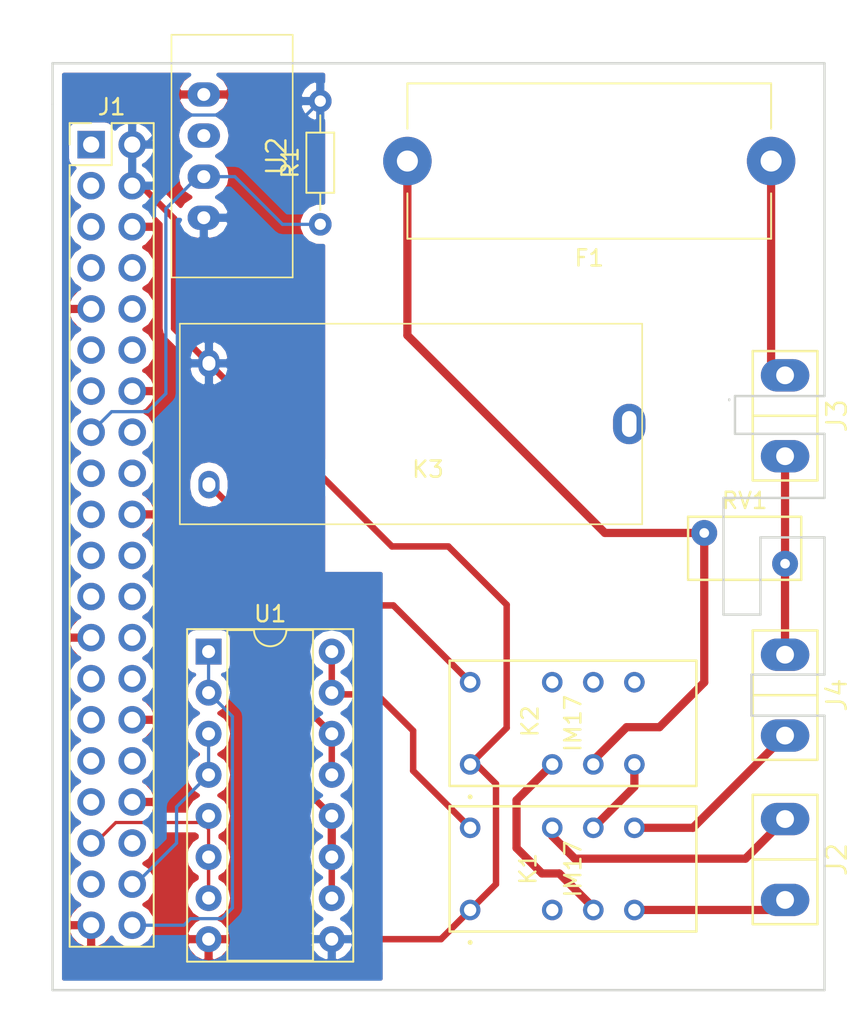
<source format=kicad_pcb>
(kicad_pcb (version 4) (host pcbnew 4.0.7)

  (general
    (links 42)
    (no_connects 0)
    (area 31.1912 23.5712 84.191 86.868001)
    (thickness 1.6)
    (drawings 21)
    (tracks 93)
    (zones 0)
    (modules 12)
    (nets 49)
  )

  (page A4)
  (layers
    (0 F.Cu signal)
    (31 B.Cu signal)
    (32 B.Adhes user)
    (33 F.Adhes user)
    (34 B.Paste user)
    (35 F.Paste user)
    (36 B.SilkS user)
    (37 F.SilkS user)
    (38 B.Mask user)
    (39 F.Mask user)
    (40 Dwgs.User user)
    (41 Cmts.User user)
    (42 Eco1.User user)
    (43 Eco2.User user)
    (44 Edge.Cuts user)
    (45 Margin user)
    (46 B.CrtYd user)
    (47 F.CrtYd user)
    (48 B.Fab user)
    (49 F.Fab user)
  )

  (setup
    (last_trace_width 0.25)
    (user_trace_width 0.2)
    (user_trace_width 0.4)
    (user_trace_width 0.508)
    (trace_clearance 0.2)
    (zone_clearance 0.508)
    (zone_45_only no)
    (trace_min 0.2)
    (segment_width 0.2)
    (edge_width 0.15)
    (via_size 0.6)
    (via_drill 0.4)
    (via_min_size 0.4)
    (via_min_drill 0.3)
    (uvia_size 0.3)
    (uvia_drill 0.1)
    (uvias_allowed no)
    (uvia_min_size 0.2)
    (uvia_min_drill 0.1)
    (pcb_text_width 0.3)
    (pcb_text_size 1.5 1.5)
    (mod_edge_width 0.15)
    (mod_text_size 1 1)
    (mod_text_width 0.15)
    (pad_size 1.3 1.7)
    (pad_drill 0.8)
    (pad_to_mask_clearance 0.2)
    (aux_axis_origin 0 0)
    (visible_elements 7FFFFFFF)
    (pcbplotparams
      (layerselection 0x010fc_80000001)
      (usegerberextensions false)
      (excludeedgelayer true)
      (linewidth 0.100000)
      (plotframeref false)
      (viasonmask false)
      (mode 1)
      (useauxorigin false)
      (hpglpennumber 1)
      (hpglpenspeed 20)
      (hpglpendiameter 15)
      (hpglpenoverlay 2)
      (psnegative false)
      (psa4output false)
      (plotreference true)
      (plotvalue true)
      (plotinvisibletext false)
      (padsonsilk false)
      (subtractmaskfromsilk false)
      (outputformat 1)
      (mirror false)
      (drillshape 0)
      (scaleselection 1)
      (outputdirectory gerber/))
  )

  (net 0 "")
  (net 1 5v)
  (net 2 "Net-(K1-Pad2)")
  (net 3 "Net-(K1-Pad3)")
  (net 4 "Net-(K1-Pad6)")
  (net 5 "Net-(K1-Pad8)")
  (net 6 "Net-(K2-Pad5)")
  (net 7 "Net-(K2-Pad6)")
  (net 8 "Net-(K2-Pad7)")
  (net 9 "Net-(K2-Pad8)")
  (net 10 "Net-(F1-Pad1)")
  (net 11 "Net-(F1-Pad2)")
  (net 12 "Net-(J1-Pad1)")
  (net 13 "Net-(J1-Pad3)")
  (net 14 "Net-(J1-Pad5)")
  (net 15 GND)
  (net 16 "Net-(J1-Pad7)")
  (net 17 "Net-(J1-Pad8)")
  (net 18 "Net-(J1-Pad10)")
  (net 19 "Net-(J1-Pad11)")
  (net 20 "Net-(J1-Pad12)")
  (net 21 "Net-(J1-Pad13)")
  (net 22 "Net-(J1-Pad15)")
  (net 23 "Net-(J1-Pad16)")
  (net 24 "Net-(J1-Pad17)")
  (net 25 "Net-(J1-Pad18)")
  (net 26 "Net-(J1-Pad19)")
  (net 27 "Net-(J1-Pad21)")
  (net 28 "Net-(J1-Pad22)")
  (net 29 "Net-(J1-Pad23)")
  (net 30 "Net-(J1-Pad24)")
  (net 31 "Net-(J1-Pad26)")
  (net 32 "Net-(J1-Pad27)")
  (net 33 "Net-(J1-Pad28)")
  (net 34 "Net-(J1-Pad29)")
  (net 35 "Net-(J1-Pad31)")
  (net 36 "Net-(J1-Pad32)")
  (net 37 "Net-(J1-Pad33)")
  (net 38 "Net-(J1-Pad35)")
  (net 39 "Net-(J1-Pad36)")
  (net 40 "Net-(J1-Pad37)")
  (net 41 "Net-(J1-Pad38)")
  (net 42 "Net-(J1-Pad40)")
  (net 43 "Net-(J2-Pad1)")
  (net 44 "Net-(J2-Pad2)")
  (net 45 "Net-(J3-Pad1)")
  (net 46 "Net-(J4-Pad1)")
  (net 47 "Net-(K3-PadA1)")
  (net 48 "Net-(U2-Pad3)")

  (net_class Default "This is the default net class."
    (clearance 0.2)
    (trace_width 0.25)
    (via_dia 0.6)
    (via_drill 0.4)
    (uvia_dia 0.3)
    (uvia_drill 0.1)
    (add_net 5v)
    (add_net GND)
    (add_net "Net-(F1-Pad1)")
    (add_net "Net-(F1-Pad2)")
    (add_net "Net-(J1-Pad1)")
    (add_net "Net-(J1-Pad10)")
    (add_net "Net-(J1-Pad11)")
    (add_net "Net-(J1-Pad12)")
    (add_net "Net-(J1-Pad13)")
    (add_net "Net-(J1-Pad15)")
    (add_net "Net-(J1-Pad16)")
    (add_net "Net-(J1-Pad17)")
    (add_net "Net-(J1-Pad18)")
    (add_net "Net-(J1-Pad19)")
    (add_net "Net-(J1-Pad21)")
    (add_net "Net-(J1-Pad22)")
    (add_net "Net-(J1-Pad23)")
    (add_net "Net-(J1-Pad24)")
    (add_net "Net-(J1-Pad26)")
    (add_net "Net-(J1-Pad27)")
    (add_net "Net-(J1-Pad28)")
    (add_net "Net-(J1-Pad29)")
    (add_net "Net-(J1-Pad3)")
    (add_net "Net-(J1-Pad31)")
    (add_net "Net-(J1-Pad32)")
    (add_net "Net-(J1-Pad33)")
    (add_net "Net-(J1-Pad35)")
    (add_net "Net-(J1-Pad36)")
    (add_net "Net-(J1-Pad37)")
    (add_net "Net-(J1-Pad38)")
    (add_net "Net-(J1-Pad40)")
    (add_net "Net-(J1-Pad5)")
    (add_net "Net-(J1-Pad7)")
    (add_net "Net-(J1-Pad8)")
    (add_net "Net-(J2-Pad1)")
    (add_net "Net-(J2-Pad2)")
    (add_net "Net-(J3-Pad1)")
    (add_net "Net-(J4-Pad1)")
    (add_net "Net-(K1-Pad2)")
    (add_net "Net-(K1-Pad3)")
    (add_net "Net-(K1-Pad6)")
    (add_net "Net-(K1-Pad8)")
    (add_net "Net-(K2-Pad5)")
    (add_net "Net-(K2-Pad6)")
    (add_net "Net-(K2-Pad7)")
    (add_net "Net-(K2-Pad8)")
    (add_net "Net-(K3-PadA1)")
    (add_net "Net-(U2-Pad3)")
  )

  (net_class wide ""
    (clearance 0.2)
    (trace_width 0.4)
    (via_dia 0.6)
    (via_drill 0.4)
    (uvia_dia 0.3)
    (uvia_drill 0.1)
  )

  (module footprints:EC2-5NU (layer F.Cu) (tedit 5B11B2C4) (tstamp 5B11B2C5)
    (at 73 74.75 90)
    (path /5B0CBD05)
    (fp_text reference K1 (at -2.54 -9.144 90) (layer F.SilkS)
      (effects (font (size 1 1) (thickness 0.15)))
    )
    (fp_text value IM17 (at -2.54 -6.3627 90) (layer F.SilkS)
      (effects (font (size 1 1) (thickness 0.15)))
    )
    (fp_text user "Copyright 2016 Accelerated Designs. All rights reserved." (at 0 0 90) (layer Cmts.User)
      (effects (font (size 0.127 0.127) (thickness 0.002)))
    )
    (fp_line (start -6.4135 1.27) (end 1.3335 1.27) (layer F.SilkS) (width 0.1524))
    (fp_line (start 1.3335 1.27) (end 1.3335 -13.9954) (layer F.SilkS) (width 0.1524))
    (fp_line (start 1.3335 -13.9954) (end -6.4135 -13.9954) (layer F.SilkS) (width 0.1524))
    (fp_line (start -6.4135 -13.9954) (end -6.4135 1.27) (layer F.SilkS) (width 0.1524))
    (fp_line (start -6.2865 1.143) (end 1.2065 1.143) (layer Dwgs.User) (width 0.1524))
    (fp_line (start 1.2065 1.143) (end 1.2065 -13.8684) (layer Dwgs.User) (width 0.1524))
    (fp_line (start 1.2065 -13.8684) (end -6.2865 -13.8684) (layer Dwgs.User) (width 0.1524))
    (fp_line (start -6.2865 -13.8684) (end -6.2865 1.143) (layer Dwgs.User) (width 0.1524))
    (fp_arc (start -2.54 -13.8684) (end -2.2352 -13.8684) (angle 180) (layer Dwgs.User) (width 0.1524))
    (fp_circle (center -7.0866 -12.7254) (end -7.0104 -12.7254) (layer F.SilkS) (width 0.1524))
    (fp_circle (center -4.445 -12.7254) (end -4.3688 -12.7254) (layer Dwgs.User) (width 0.1524))
    (pad 1 thru_hole circle (at -5.08 -12.7254 90) (size 1.27 1.27) (drill 0.762) (layers *.Cu *.Mask)
      (net 1 5v))
    (pad 2 thru_hole circle (at -5.08 -7.6454 90) (size 1.27 1.27) (drill 0.762) (layers *.Cu *.Mask)
      (net 2 "Net-(K1-Pad2)"))
    (pad 3 thru_hole circle (at -5.08 -5.1054 90) (size 1.27 1.27) (drill 0.762) (layers *.Cu *.Mask)
      (net 3 "Net-(K1-Pad3)"))
    (pad 4 thru_hole circle (at -5.08 -2.5654 90) (size 1.27 1.27) (drill 0.762) (layers *.Cu *.Mask)
      (net 43 "Net-(J2-Pad1)"))
    (pad 5 thru_hole circle (at 0 -2.5654 90) (size 1.27 1.27) (drill 0.762) (layers *.Cu *.Mask)
      (net 46 "Net-(J4-Pad1)"))
    (pad 6 thru_hole circle (at 0 -5.1054 90) (size 1.27 1.27) (drill 0.762) (layers *.Cu *.Mask)
      (net 4 "Net-(K1-Pad6)"))
    (pad 7 thru_hole circle (at 0 -7.6454 90) (size 1.27 1.27) (drill 0.762) (layers *.Cu *.Mask)
      (net 44 "Net-(J2-Pad2)"))
    (pad 8 thru_hole circle (at 0 -12.7254 90) (size 1.27 1.27) (drill 0.762) (layers *.Cu *.Mask)
      (net 5 "Net-(K1-Pad8)"))
  )

  (module footprints:EC2-5NU (layer F.Cu) (tedit 5B11B2BE) (tstamp 5B11B2D1)
    (at 73 65.75 90)
    (path /5B0CBCD2)
    (fp_text reference K2 (at -2.413 -9.017 90) (layer F.SilkS)
      (effects (font (size 1 1) (thickness 0.15)))
    )
    (fp_text value IM17 (at -2.54 -6.3627 90) (layer F.SilkS)
      (effects (font (size 1 1) (thickness 0.15)))
    )
    (fp_text user "Copyright 2016 Accelerated Designs. All rights reserved." (at 0 0 90) (layer Cmts.User)
      (effects (font (size 0.127 0.127) (thickness 0.002)))
    )
    (fp_line (start -6.4135 1.27) (end 1.3335 1.27) (layer F.SilkS) (width 0.1524))
    (fp_line (start 1.3335 1.27) (end 1.3335 -13.9954) (layer F.SilkS) (width 0.1524))
    (fp_line (start 1.3335 -13.9954) (end -6.4135 -13.9954) (layer F.SilkS) (width 0.1524))
    (fp_line (start -6.4135 -13.9954) (end -6.4135 1.27) (layer F.SilkS) (width 0.1524))
    (fp_line (start -6.2865 1.143) (end 1.2065 1.143) (layer Dwgs.User) (width 0.1524))
    (fp_line (start 1.2065 1.143) (end 1.2065 -13.8684) (layer Dwgs.User) (width 0.1524))
    (fp_line (start 1.2065 -13.8684) (end -6.2865 -13.8684) (layer Dwgs.User) (width 0.1524))
    (fp_line (start -6.2865 -13.8684) (end -6.2865 1.143) (layer Dwgs.User) (width 0.1524))
    (fp_arc (start -2.54 -13.8684) (end -2.2352 -13.8684) (angle 180) (layer Dwgs.User) (width 0.1524))
    (fp_circle (center -7.0866 -12.7254) (end -7.0104 -12.7254) (layer F.SilkS) (width 0.1524))
    (fp_circle (center -4.445 -12.7254) (end -4.3688 -12.7254) (layer Dwgs.User) (width 0.1524))
    (pad 1 thru_hole circle (at -5.08 -12.7254 90) (size 1.27 1.27) (drill 0.762) (layers *.Cu *.Mask)
      (net 1 5v))
    (pad 2 thru_hole circle (at -5.08 -7.6454 90) (size 1.27 1.27) (drill 0.762) (layers *.Cu *.Mask)
      (net 3 "Net-(K1-Pad3)"))
    (pad 3 thru_hole circle (at -5.08 -5.1054 90) (size 1.27 1.27) (drill 0.762) (layers *.Cu *.Mask)
      (net 11 "Net-(F1-Pad2)"))
    (pad 4 thru_hole circle (at -5.08 -2.5654 90) (size 1.27 1.27) (drill 0.762) (layers *.Cu *.Mask)
      (net 4 "Net-(K1-Pad6)"))
    (pad 5 thru_hole circle (at 0 -2.5654 90) (size 1.27 1.27) (drill 0.762) (layers *.Cu *.Mask)
      (net 6 "Net-(K2-Pad5)"))
    (pad 6 thru_hole circle (at 0 -5.1054 90) (size 1.27 1.27) (drill 0.762) (layers *.Cu *.Mask)
      (net 7 "Net-(K2-Pad6)"))
    (pad 7 thru_hole circle (at 0 -7.6454 90) (size 1.27 1.27) (drill 0.762) (layers *.Cu *.Mask)
      (net 8 "Net-(K2-Pad7)"))
    (pad 8 thru_hole circle (at 0 -12.7254 90) (size 1.27 1.27) (drill 0.762) (layers *.Cu *.Mask)
      (net 9 "Net-(K2-Pad8)"))
  )

  (module Fuse_Holders_and_Fuses:Fuseholder5x20_horiz_open_Schurter_0031_8201 (layer F.Cu) (tedit 5880C433) (tstamp 5B12F694)
    (at 78.8924 33.528 180)
    (descr http://www.schurter.com/var/schurter/storage/ilcatalogue/files/document/datasheet/en/pdf/typ_OGN.pdf)
    (tags "Fuseholder horizontal open 5x20 Schurter 0031.8201")
    (path /5B12EEE6)
    (fp_text reference F1 (at 11.25 -6 180) (layer F.SilkS)
      (effects (font (size 1 1) (thickness 0.15)))
    )
    (fp_text value Fuse (at 11.25 6 180) (layer F.Fab)
      (effects (font (size 1 1) (thickness 0.15)))
    )
    (fp_line (start 0.1 -4.7) (end 0.1 4.7) (layer F.Fab) (width 0.1))
    (fp_line (start 0.1 4.7) (end 22.4 4.7) (layer F.Fab) (width 0.1))
    (fp_line (start 22.4 4.7) (end 22.4 -4.7) (layer F.Fab) (width 0.1))
    (fp_line (start 22.4 -4.7) (end 0.1 -4.7) (layer F.Fab) (width 0.1))
    (fp_line (start -0.25 5.05) (end -0.25 1.95) (layer F.CrtYd) (width 0.05))
    (fp_line (start 22.5 4.8) (end 22.5 2) (layer F.SilkS) (width 0.12))
    (fp_line (start 22.5 -2) (end 22.5 -4.8) (layer F.SilkS) (width 0.12))
    (fp_line (start 0 -2) (end 0 -4.8) (layer F.SilkS) (width 0.12))
    (fp_line (start 0 -4.8) (end 22.5 -4.8) (layer F.SilkS) (width 0.12))
    (fp_line (start 22.75 5.05) (end -0.25 5.05) (layer F.CrtYd) (width 0.05))
    (fp_line (start -0.25 -5.05) (end 22.75 -5.05) (layer F.CrtYd) (width 0.05))
    (fp_line (start 0 4.8) (end 22.5 4.8) (layer F.SilkS) (width 0.12))
    (fp_line (start -0.25 -1.95) (end -0.25 -5.05) (layer F.CrtYd) (width 0.05))
    (fp_line (start 22.75 -1.95) (end 22.75 -5.05) (layer F.CrtYd) (width 0.05))
    (fp_line (start 22.75 1.95) (end 22.75 5.05) (layer F.CrtYd) (width 0.05))
    (fp_line (start 0 4.8) (end 0 2) (layer F.SilkS) (width 0.12))
    (fp_arc (start 22.5 0) (end 22.75 -1.95) (angle 165.3) (layer F.CrtYd) (width 0.05))
    (fp_arc (start 0 0) (end -0.25 1.95) (angle 165.3) (layer F.CrtYd) (width 0.05))
    (pad 1 thru_hole circle (at 0 0 180) (size 3 3) (drill 1.3) (layers *.Cu *.Mask)
      (net 10 "Net-(F1-Pad1)"))
    (pad 2 thru_hole circle (at 22.5 0 180) (size 3 3) (drill 1.3) (layers *.Cu *.Mask)
      (net 11 "Net-(F1-Pad2)"))
    (pad "" np_thru_hole circle (at 11.25 0 180) (size 2.7 2.7) (drill 2.7) (layers *.Cu *.Mask))
  )

  (module Pin_Headers:Pin_Header_Straight_2x20_Pitch2.54mm (layer F.Cu) (tedit 59650533) (tstamp 5B12F6C0)
    (at 36.83 32.512)
    (descr "Through hole straight pin header, 2x20, 2.54mm pitch, double rows")
    (tags "Through hole pin header THT 2x20 2.54mm double row")
    (path /5B0CBA9B)
    (fp_text reference J1 (at 1.27 -2.33) (layer F.SilkS)
      (effects (font (size 1 1) (thickness 0.15)))
    )
    (fp_text value Raspberry_Pi_2_3 (at 1.27 50.59) (layer F.Fab)
      (effects (font (size 1 1) (thickness 0.15)))
    )
    (fp_line (start 0 -1.27) (end 3.81 -1.27) (layer F.Fab) (width 0.1))
    (fp_line (start 3.81 -1.27) (end 3.81 49.53) (layer F.Fab) (width 0.1))
    (fp_line (start 3.81 49.53) (end -1.27 49.53) (layer F.Fab) (width 0.1))
    (fp_line (start -1.27 49.53) (end -1.27 0) (layer F.Fab) (width 0.1))
    (fp_line (start -1.27 0) (end 0 -1.27) (layer F.Fab) (width 0.1))
    (fp_line (start -1.33 49.59) (end 3.87 49.59) (layer F.SilkS) (width 0.12))
    (fp_line (start -1.33 1.27) (end -1.33 49.59) (layer F.SilkS) (width 0.12))
    (fp_line (start 3.87 -1.33) (end 3.87 49.59) (layer F.SilkS) (width 0.12))
    (fp_line (start -1.33 1.27) (end 1.27 1.27) (layer F.SilkS) (width 0.12))
    (fp_line (start 1.27 1.27) (end 1.27 -1.33) (layer F.SilkS) (width 0.12))
    (fp_line (start 1.27 -1.33) (end 3.87 -1.33) (layer F.SilkS) (width 0.12))
    (fp_line (start -1.33 0) (end -1.33 -1.33) (layer F.SilkS) (width 0.12))
    (fp_line (start -1.33 -1.33) (end 0 -1.33) (layer F.SilkS) (width 0.12))
    (fp_line (start -1.8 -1.8) (end -1.8 50.05) (layer F.CrtYd) (width 0.05))
    (fp_line (start -1.8 50.05) (end 4.35 50.05) (layer F.CrtYd) (width 0.05))
    (fp_line (start 4.35 50.05) (end 4.35 -1.8) (layer F.CrtYd) (width 0.05))
    (fp_line (start 4.35 -1.8) (end -1.8 -1.8) (layer F.CrtYd) (width 0.05))
    (fp_text user %R (at 1.27 24.13 90) (layer F.Fab)
      (effects (font (size 1 1) (thickness 0.15)))
    )
    (pad 1 thru_hole rect (at 0 0) (size 1.7 1.7) (drill 1) (layers *.Cu *.Mask)
      (net 12 "Net-(J1-Pad1)"))
    (pad 2 thru_hole oval (at 2.54 0) (size 1.7 1.7) (drill 1) (layers *.Cu *.Mask)
      (net 1 5v))
    (pad 3 thru_hole oval (at 0 2.54) (size 1.7 1.7) (drill 1) (layers *.Cu *.Mask)
      (net 13 "Net-(J1-Pad3)"))
    (pad 4 thru_hole oval (at 2.54 2.54) (size 1.7 1.7) (drill 1) (layers *.Cu *.Mask)
      (net 1 5v))
    (pad 5 thru_hole oval (at 0 5.08) (size 1.7 1.7) (drill 1) (layers *.Cu *.Mask)
      (net 14 "Net-(J1-Pad5)"))
    (pad 6 thru_hole oval (at 2.54 5.08) (size 1.7 1.7) (drill 1) (layers *.Cu *.Mask)
      (net 15 GND))
    (pad 7 thru_hole oval (at 0 7.62) (size 1.7 1.7) (drill 1) (layers *.Cu *.Mask)
      (net 16 "Net-(J1-Pad7)"))
    (pad 8 thru_hole oval (at 2.54 7.62) (size 1.7 1.7) (drill 1) (layers *.Cu *.Mask)
      (net 17 "Net-(J1-Pad8)"))
    (pad 9 thru_hole oval (at 0 10.16) (size 1.7 1.7) (drill 1) (layers *.Cu *.Mask)
      (net 15 GND))
    (pad 10 thru_hole oval (at 2.54 10.16) (size 1.7 1.7) (drill 1) (layers *.Cu *.Mask)
      (net 18 "Net-(J1-Pad10)"))
    (pad 11 thru_hole oval (at 0 12.7) (size 1.7 1.7) (drill 1) (layers *.Cu *.Mask)
      (net 19 "Net-(J1-Pad11)"))
    (pad 12 thru_hole oval (at 2.54 12.7) (size 1.7 1.7) (drill 1) (layers *.Cu *.Mask)
      (net 20 "Net-(J1-Pad12)"))
    (pad 13 thru_hole oval (at 0 15.24) (size 1.7 1.7) (drill 1) (layers *.Cu *.Mask)
      (net 21 "Net-(J1-Pad13)"))
    (pad 14 thru_hole oval (at 2.54 15.24) (size 1.7 1.7) (drill 1) (layers *.Cu *.Mask)
      (net 15 GND))
    (pad 15 thru_hole oval (at 0 17.78) (size 1.7 1.7) (drill 1) (layers *.Cu *.Mask)
      (net 22 "Net-(J1-Pad15)"))
    (pad 16 thru_hole oval (at 2.54 17.78) (size 1.7 1.7) (drill 1) (layers *.Cu *.Mask)
      (net 23 "Net-(J1-Pad16)"))
    (pad 17 thru_hole oval (at 0 20.32) (size 1.7 1.7) (drill 1) (layers *.Cu *.Mask)
      (net 24 "Net-(J1-Pad17)"))
    (pad 18 thru_hole oval (at 2.54 20.32) (size 1.7 1.7) (drill 1) (layers *.Cu *.Mask)
      (net 25 "Net-(J1-Pad18)"))
    (pad 19 thru_hole oval (at 0 22.86) (size 1.7 1.7) (drill 1) (layers *.Cu *.Mask)
      (net 26 "Net-(J1-Pad19)"))
    (pad 20 thru_hole oval (at 2.54 22.86) (size 1.7 1.7) (drill 1) (layers *.Cu *.Mask)
      (net 15 GND))
    (pad 21 thru_hole oval (at 0 25.4) (size 1.7 1.7) (drill 1) (layers *.Cu *.Mask)
      (net 27 "Net-(J1-Pad21)"))
    (pad 22 thru_hole oval (at 2.54 25.4) (size 1.7 1.7) (drill 1) (layers *.Cu *.Mask)
      (net 28 "Net-(J1-Pad22)"))
    (pad 23 thru_hole oval (at 0 27.94) (size 1.7 1.7) (drill 1) (layers *.Cu *.Mask)
      (net 29 "Net-(J1-Pad23)"))
    (pad 24 thru_hole oval (at 2.54 27.94) (size 1.7 1.7) (drill 1) (layers *.Cu *.Mask)
      (net 30 "Net-(J1-Pad24)"))
    (pad 25 thru_hole oval (at 0 30.48) (size 1.7 1.7) (drill 1) (layers *.Cu *.Mask)
      (net 15 GND))
    (pad 26 thru_hole oval (at 2.54 30.48) (size 1.7 1.7) (drill 1) (layers *.Cu *.Mask)
      (net 31 "Net-(J1-Pad26)"))
    (pad 27 thru_hole oval (at 0 33.02) (size 1.7 1.7) (drill 1) (layers *.Cu *.Mask)
      (net 32 "Net-(J1-Pad27)"))
    (pad 28 thru_hole oval (at 2.54 33.02) (size 1.7 1.7) (drill 1) (layers *.Cu *.Mask)
      (net 33 "Net-(J1-Pad28)"))
    (pad 29 thru_hole oval (at 0 35.56) (size 1.7 1.7) (drill 1) (layers *.Cu *.Mask)
      (net 34 "Net-(J1-Pad29)"))
    (pad 30 thru_hole oval (at 2.54 35.56) (size 1.7 1.7) (drill 1) (layers *.Cu *.Mask)
      (net 15 GND))
    (pad 31 thru_hole oval (at 0 38.1) (size 1.7 1.7) (drill 1) (layers *.Cu *.Mask)
      (net 35 "Net-(J1-Pad31)"))
    (pad 32 thru_hole oval (at 2.54 38.1) (size 1.7 1.7) (drill 1) (layers *.Cu *.Mask)
      (net 36 "Net-(J1-Pad32)"))
    (pad 33 thru_hole oval (at 0 40.64) (size 1.7 1.7) (drill 1) (layers *.Cu *.Mask)
      (net 37 "Net-(J1-Pad33)"))
    (pad 34 thru_hole oval (at 2.54 40.64) (size 1.7 1.7) (drill 1) (layers *.Cu *.Mask)
      (net 15 GND))
    (pad 35 thru_hole oval (at 0 43.18) (size 1.7 1.7) (drill 1) (layers *.Cu *.Mask)
      (net 38 "Net-(J1-Pad35)"))
    (pad 36 thru_hole oval (at 2.54 43.18) (size 1.7 1.7) (drill 1) (layers *.Cu *.Mask)
      (net 39 "Net-(J1-Pad36)"))
    (pad 37 thru_hole oval (at 0 45.72) (size 1.7 1.7) (drill 1) (layers *.Cu *.Mask)
      (net 40 "Net-(J1-Pad37)"))
    (pad 38 thru_hole oval (at 2.54 45.72) (size 1.7 1.7) (drill 1) (layers *.Cu *.Mask)
      (net 41 "Net-(J1-Pad38)"))
    (pad 39 thru_hole oval (at 0 48.26) (size 1.7 1.7) (drill 1) (layers *.Cu *.Mask)
      (net 15 GND))
    (pad 40 thru_hole oval (at 2.54 48.26) (size 1.7 1.7) (drill 1) (layers *.Cu *.Mask)
      (net 42 "Net-(J1-Pad40)"))
    (model ${KISYS3DMOD}/Pin_Headers.3dshapes/Pin_Header_Straight_2x20_Pitch2.54mm.wrl
      (at (xyz 0 0 0))
      (scale (xyz 1 1 1))
      (rotate (xyz 0 0 0))
    )
  )

  (module rocketlib:CONN (layer F.Cu) (tedit 5B12F2D2) (tstamp 5B12F6C6)
    (at 79.756 76.708 90)
    (path /5B12FD60)
    (fp_text reference J2 (at 0 3.2 90) (layer F.SilkS)
      (effects (font (size 1.2 1.2) (thickness 0.15)))
    )
    (fp_text value out1 (at 0 -3.2 90) (layer F.Fab)
      (effects (font (size 1.2 1.2) (thickness 0.15)))
    )
    (fp_line (start -4 -2) (end 4 -2) (layer F.SilkS) (width 0.15))
    (fp_line (start 4 -2) (end 4 2) (layer F.SilkS) (width 0.15))
    (fp_line (start 4 2) (end -4 2) (layer F.SilkS) (width 0.15))
    (fp_line (start -4 2) (end -4 -2) (layer F.SilkS) (width 0.15))
    (fp_line (start 0 -2) (end 0 2) (layer F.SilkS) (width 0.15))
    (pad 1 thru_hole oval (at -2.5 0 90) (size 2 3) (drill 1.1) (layers *.Cu *.Mask)
      (net 43 "Net-(J2-Pad1)"))
    (pad 2 thru_hole oval (at 2.5 0 90) (size 2 3) (drill 1.1) (layers *.Cu *.Mask)
      (net 44 "Net-(J2-Pad2)"))
  )

  (module rocketlib:CONN (layer F.Cu) (tedit 5B12F2D2) (tstamp 5B12F6CC)
    (at 79.756 49.276 90)
    (path /5B12EDB7)
    (fp_text reference J3 (at 0 3.2 90) (layer F.SilkS)
      (effects (font (size 1.2 1.2) (thickness 0.15)))
    )
    (fp_text value "power in " (at 0 -3.2 90) (layer F.Fab)
      (effects (font (size 1.2 1.2) (thickness 0.15)))
    )
    (fp_line (start -4 -2) (end 4 -2) (layer F.SilkS) (width 0.15))
    (fp_line (start 4 -2) (end 4 2) (layer F.SilkS) (width 0.15))
    (fp_line (start 4 2) (end -4 2) (layer F.SilkS) (width 0.15))
    (fp_line (start -4 2) (end -4 -2) (layer F.SilkS) (width 0.15))
    (fp_line (start 0 -2) (end 0 2) (layer F.SilkS) (width 0.15))
    (pad 1 thru_hole oval (at -2.5 0 90) (size 2 3) (drill 1.1) (layers *.Cu *.Mask)
      (net 45 "Net-(J3-Pad1)"))
    (pad 2 thru_hole oval (at 2.5 0 90) (size 2 3) (drill 1.1) (layers *.Cu *.Mask)
      (net 10 "Net-(F1-Pad1)"))
  )

  (module rocketlib:CONN (layer F.Cu) (tedit 5B12F2D2) (tstamp 5B12F6D2)
    (at 79.756 66.548 90)
    (path /5B12FE0D)
    (fp_text reference J4 (at 0 3.2 90) (layer F.SilkS)
      (effects (font (size 1.2 1.2) (thickness 0.15)))
    )
    (fp_text value out2 (at 0 -3.2 90) (layer F.Fab)
      (effects (font (size 1.2 1.2) (thickness 0.15)))
    )
    (fp_line (start -4 -2) (end 4 -2) (layer F.SilkS) (width 0.15))
    (fp_line (start 4 -2) (end 4 2) (layer F.SilkS) (width 0.15))
    (fp_line (start 4 2) (end -4 2) (layer F.SilkS) (width 0.15))
    (fp_line (start -4 2) (end -4 -2) (layer F.SilkS) (width 0.15))
    (fp_line (start 0 -2) (end 0 2) (layer F.SilkS) (width 0.15))
    (pad 1 thru_hole oval (at -2.5 0 90) (size 2 3) (drill 1.1) (layers *.Cu *.Mask)
      (net 46 "Net-(J4-Pad1)"))
    (pad 2 thru_hole oval (at 2.5 0 90) (size 2 3) (drill 1.1) (layers *.Cu *.Mask)
      (net 45 "Net-(J3-Pad1)"))
  )

  (module Resistors_THT:R_Axial_DIN0204_L3.6mm_D1.6mm_P7.62mm_Horizontal (layer F.Cu) (tedit 5874F706) (tstamp 5B12F6D8)
    (at 51.0032 37.4396 90)
    (descr "Resistor, Axial_DIN0204 series, Axial, Horizontal, pin pitch=7.62mm, 0.16666666666666666W = 1/6W, length*diameter=3.6*1.6mm^2, http://cdn-reichelt.de/documents/datenblatt/B400/1_4W%23YAG.pdf")
    (tags "Resistor Axial_DIN0204 series Axial Horizontal pin pitch 7.62mm 0.16666666666666666W = 1/6W length 3.6mm diameter 1.6mm")
    (path /5B13064D)
    (fp_text reference R1 (at 3.81 -1.86 90) (layer F.SilkS)
      (effects (font (size 1 1) (thickness 0.15)))
    )
    (fp_text value R (at 3.81 1.86 90) (layer F.Fab)
      (effects (font (size 1 1) (thickness 0.15)))
    )
    (fp_line (start 2.01 -0.8) (end 2.01 0.8) (layer F.Fab) (width 0.1))
    (fp_line (start 2.01 0.8) (end 5.61 0.8) (layer F.Fab) (width 0.1))
    (fp_line (start 5.61 0.8) (end 5.61 -0.8) (layer F.Fab) (width 0.1))
    (fp_line (start 5.61 -0.8) (end 2.01 -0.8) (layer F.Fab) (width 0.1))
    (fp_line (start 0 0) (end 2.01 0) (layer F.Fab) (width 0.1))
    (fp_line (start 7.62 0) (end 5.61 0) (layer F.Fab) (width 0.1))
    (fp_line (start 1.95 -0.86) (end 1.95 0.86) (layer F.SilkS) (width 0.12))
    (fp_line (start 1.95 0.86) (end 5.67 0.86) (layer F.SilkS) (width 0.12))
    (fp_line (start 5.67 0.86) (end 5.67 -0.86) (layer F.SilkS) (width 0.12))
    (fp_line (start 5.67 -0.86) (end 1.95 -0.86) (layer F.SilkS) (width 0.12))
    (fp_line (start 0.88 0) (end 1.95 0) (layer F.SilkS) (width 0.12))
    (fp_line (start 6.74 0) (end 5.67 0) (layer F.SilkS) (width 0.12))
    (fp_line (start -0.95 -1.15) (end -0.95 1.15) (layer F.CrtYd) (width 0.05))
    (fp_line (start -0.95 1.15) (end 8.6 1.15) (layer F.CrtYd) (width 0.05))
    (fp_line (start 8.6 1.15) (end 8.6 -1.15) (layer F.CrtYd) (width 0.05))
    (fp_line (start 8.6 -1.15) (end -0.95 -1.15) (layer F.CrtYd) (width 0.05))
    (pad 1 thru_hole circle (at 0 0 90) (size 1.4 1.4) (drill 0.7) (layers *.Cu *.Mask)
      (net 22 "Net-(J1-Pad15)"))
    (pad 2 thru_hole oval (at 7.62 0 90) (size 1.4 1.4) (drill 0.7) (layers *.Cu *.Mask)
      (net 1 5v))
    (model ${KISYS3DMOD}/Resistors_THT.3dshapes/R_Axial_DIN0204_L3.6mm_D1.6mm_P7.62mm_Horizontal.wrl
      (at (xyz 0 0 0))
      (scale (xyz 0.393701 0.393701 0.393701))
      (rotate (xyz 0 0 0))
    )
  )

  (module Varistors:RV_Disc_D7_W3.9_P5 (layer F.Cu) (tedit 5529CAF8) (tstamp 5B12F6DE)
    (at 79.756 58.42 180)
    (tags "varistor SIOV")
    (path /5B12F250)
    (fp_text reference RV1 (at 2.5 3.9 180) (layer F.SilkS)
      (effects (font (size 1 1) (thickness 0.15)))
    )
    (fp_text value Varistor (at 2.5 -2 180) (layer F.Fab)
      (effects (font (size 1 1) (thickness 0.15)))
    )
    (fp_line (start -1.25 3.15) (end 6.25 3.15) (layer F.CrtYd) (width 0.05))
    (fp_line (start -1.25 -1.25) (end 6.25 -1.25) (layer F.CrtYd) (width 0.05))
    (fp_line (start 6.25 -1.25) (end 6.25 3.15) (layer F.CrtYd) (width 0.05))
    (fp_line (start -1.25 -1.25) (end -1.25 3.15) (layer F.CrtYd) (width 0.05))
    (fp_line (start -1 2.9) (end 6 2.9) (layer F.SilkS) (width 0.15))
    (fp_line (start -1 -1) (end 6 -1) (layer F.SilkS) (width 0.15))
    (fp_line (start 6 -1) (end 6 2.9) (layer F.SilkS) (width 0.15))
    (fp_line (start -1 -1) (end -1 2.9) (layer F.SilkS) (width 0.15))
    (pad 1 thru_hole circle (at 0 0 180) (size 1.6 1.6) (drill 0.6) (layers *.Cu *.Mask)
      (net 45 "Net-(J3-Pad1)"))
    (pad 2 thru_hole circle (at 5 1.9 180) (size 1.6 1.6) (drill 0.6) (layers *.Cu *.Mask)
      (net 11 "Net-(F1-Pad2)"))
  )

  (module rocketlib:DHT22 (layer F.Cu) (tedit 5B149A4B) (tstamp 5B12F6FE)
    (at 44.2976 33.2232 90)
    (path /5B1304CB)
    (fp_text reference U2 (at 0 4 90) (layer F.SilkS)
      (effects (font (size 1.2 1.2) (thickness 0.15)))
    )
    (fp_text value DHT22 (at -0.4826 2.3368 90) (layer F.Fab)
      (effects (font (size 1.2 1.2) (thickness 0.15)))
    )
    (fp_line (start -7.5 -2.5) (end -7.5 5) (layer F.SilkS) (width 0.1))
    (fp_line (start -7.5 5) (end 7.5 5) (layer F.SilkS) (width 0.1))
    (fp_line (start 7.5 5) (end 7.5 -2.5) (layer F.SilkS) (width 0.1))
    (fp_line (start 7.5 -2.5) (end -7.5 -2.5) (layer F.SilkS) (width 0.1))
    (pad 1 thru_hole oval (at -3.81 -0.5 90) (size 1.5 2) (drill 0.8) (layers *.Cu *.Mask)
      (net 1 5v))
    (pad 2 thru_hole oval (at -1.27 -0.5 90) (size 1.5 2) (drill 0.8) (layers *.Cu *.Mask)
      (net 22 "Net-(J1-Pad15)"))
    (pad 3 thru_hole oval (at 1.27 -0.5 90) (size 1.5 2) (drill 0.8) (layers *.Cu *.Mask)
      (net 48 "Net-(U2-Pad3)"))
    (pad 4 thru_hole oval (at 3.81 -0.5 90) (size 1.5 2) (drill 0.8) (layers *.Cu *.Mask)
      (net 15 GND))
  )

  (module Housings_DIP:DIP-16_W7.62mm_Socket (layer F.Cu) (tedit 59C78D6B) (tstamp 5B12F8F2)
    (at 44.0944 63.8556)
    (descr "16-lead though-hole mounted DIP package, row spacing 7.62 mm (300 mils), Socket")
    (tags "THT DIP DIL PDIP 2.54mm 7.62mm 300mil Socket")
    (path /5B0CBACC)
    (fp_text reference U1 (at 3.81 -2.33) (layer F.SilkS)
      (effects (font (size 1 1) (thickness 0.15)))
    )
    (fp_text value ULN2004A (at 3.81 20.11) (layer F.Fab)
      (effects (font (size 1 1) (thickness 0.15)))
    )
    (fp_arc (start 3.81 -1.33) (end 2.81 -1.33) (angle -180) (layer F.SilkS) (width 0.12))
    (fp_line (start 1.635 -1.27) (end 6.985 -1.27) (layer F.Fab) (width 0.1))
    (fp_line (start 6.985 -1.27) (end 6.985 19.05) (layer F.Fab) (width 0.1))
    (fp_line (start 6.985 19.05) (end 0.635 19.05) (layer F.Fab) (width 0.1))
    (fp_line (start 0.635 19.05) (end 0.635 -0.27) (layer F.Fab) (width 0.1))
    (fp_line (start 0.635 -0.27) (end 1.635 -1.27) (layer F.Fab) (width 0.1))
    (fp_line (start -1.27 -1.33) (end -1.27 19.11) (layer F.Fab) (width 0.1))
    (fp_line (start -1.27 19.11) (end 8.89 19.11) (layer F.Fab) (width 0.1))
    (fp_line (start 8.89 19.11) (end 8.89 -1.33) (layer F.Fab) (width 0.1))
    (fp_line (start 8.89 -1.33) (end -1.27 -1.33) (layer F.Fab) (width 0.1))
    (fp_line (start 2.81 -1.33) (end 1.16 -1.33) (layer F.SilkS) (width 0.12))
    (fp_line (start 1.16 -1.33) (end 1.16 19.11) (layer F.SilkS) (width 0.12))
    (fp_line (start 1.16 19.11) (end 6.46 19.11) (layer F.SilkS) (width 0.12))
    (fp_line (start 6.46 19.11) (end 6.46 -1.33) (layer F.SilkS) (width 0.12))
    (fp_line (start 6.46 -1.33) (end 4.81 -1.33) (layer F.SilkS) (width 0.12))
    (fp_line (start -1.33 -1.39) (end -1.33 19.17) (layer F.SilkS) (width 0.12))
    (fp_line (start -1.33 19.17) (end 8.95 19.17) (layer F.SilkS) (width 0.12))
    (fp_line (start 8.95 19.17) (end 8.95 -1.39) (layer F.SilkS) (width 0.12))
    (fp_line (start 8.95 -1.39) (end -1.33 -1.39) (layer F.SilkS) (width 0.12))
    (fp_line (start -1.55 -1.6) (end -1.55 19.4) (layer F.CrtYd) (width 0.05))
    (fp_line (start -1.55 19.4) (end 9.15 19.4) (layer F.CrtYd) (width 0.05))
    (fp_line (start 9.15 19.4) (end 9.15 -1.6) (layer F.CrtYd) (width 0.05))
    (fp_line (start 9.15 -1.6) (end -1.55 -1.6) (layer F.CrtYd) (width 0.05))
    (fp_text user %R (at 3.81 8.89) (layer F.Fab)
      (effects (font (size 1 1) (thickness 0.15)))
    )
    (pad 1 thru_hole rect (at 0 0) (size 1.6 1.6) (drill 0.8) (layers *.Cu *.Mask)
      (net 42 "Net-(J1-Pad40)"))
    (pad 9 thru_hole oval (at 7.62 17.78) (size 1.6 1.6) (drill 0.8) (layers *.Cu *.Mask)
      (net 1 5v))
    (pad 2 thru_hole oval (at 0 2.54) (size 1.6 1.6) (drill 0.8) (layers *.Cu *.Mask)
      (net 42 "Net-(J1-Pad40)"))
    (pad 10 thru_hole oval (at 7.62 15.24) (size 1.6 1.6) (drill 0.8) (layers *.Cu *.Mask)
      (net 47 "Net-(K3-PadA1)"))
    (pad 3 thru_hole oval (at 0 5.08) (size 1.6 1.6) (drill 0.8) (layers *.Cu *.Mask)
      (net 41 "Net-(J1-Pad38)"))
    (pad 11 thru_hole oval (at 7.62 12.7) (size 1.6 1.6) (drill 0.8) (layers *.Cu *.Mask)
      (net 47 "Net-(K3-PadA1)"))
    (pad 4 thru_hole oval (at 0 7.62) (size 1.6 1.6) (drill 0.8) (layers *.Cu *.Mask)
      (net 41 "Net-(J1-Pad38)"))
    (pad 12 thru_hole oval (at 7.62 10.16) (size 1.6 1.6) (drill 0.8) (layers *.Cu *.Mask)
      (net 47 "Net-(K3-PadA1)"))
    (pad 5 thru_hole oval (at 0 10.16) (size 1.6 1.6) (drill 0.8) (layers *.Cu *.Mask)
      (net 38 "Net-(J1-Pad35)"))
    (pad 13 thru_hole oval (at 7.62 7.62) (size 1.6 1.6) (drill 0.8) (layers *.Cu *.Mask)
      (net 9 "Net-(K2-Pad8)"))
    (pad 6 thru_hole oval (at 0 12.7) (size 1.6 1.6) (drill 0.8) (layers *.Cu *.Mask)
      (net 38 "Net-(J1-Pad35)"))
    (pad 14 thru_hole oval (at 7.62 5.08) (size 1.6 1.6) (drill 0.8) (layers *.Cu *.Mask)
      (net 9 "Net-(K2-Pad8)"))
    (pad 7 thru_hole oval (at 0 15.24) (size 1.6 1.6) (drill 0.8) (layers *.Cu *.Mask)
      (net 38 "Net-(J1-Pad35)"))
    (pad 15 thru_hole oval (at 7.62 2.54) (size 1.6 1.6) (drill 0.8) (layers *.Cu *.Mask)
      (net 5 "Net-(K1-Pad8)"))
    (pad 8 thru_hole oval (at 0 17.78) (size 1.6 1.6) (drill 0.8) (layers *.Cu *.Mask)
      (net 15 GND))
    (pad 16 thru_hole oval (at 7.62 0) (size 1.6 1.6) (drill 0.8) (layers *.Cu *.Mask)
      (net 5 "Net-(K1-Pad8)"))
    (model ${KISYS3DMOD}/Housings_DIP.3dshapes/DIP-16_W7.62mm_Socket.wrl
      (at (xyz 0 0 0))
      (scale (xyz 1 1 1))
      (rotate (xyz 0 0 0))
    )
  )

  (module rocketlib:Relay (layer F.Cu) (tedit 5B219826) (tstamp 5B183A2D)
    (at 64.516 49.784)
    (path /5B183993)
    (fp_text reference K3 (at -6.85 2.8) (layer F.SilkS)
      (effects (font (size 1 1) (thickness 0.15)))
    )
    (fp_text value FINDER-40.31 (at -6.75 -3.1) (layer F.Fab)
      (effects (font (size 1 1) (thickness 0.15)))
    )
    (fp_line (start -22.2 -6.2) (end -22.2 6.2) (layer F.SilkS) (width 0.1))
    (fp_line (start -22.2 6.2) (end 6.4 6.2) (layer F.SilkS) (width 0.1))
    (fp_line (start 6.4 6.2) (end 6.4 -6.2) (layer F.SilkS) (width 0.1))
    (fp_line (start 6.4 -6.2) (end -22.2 -6.2) (layer F.SilkS) (width 0.1))
    (pad 1 thru_hole oval (at 5.6 0) (size 2 2.5) (drill oval 0.9 1.6) (layers *.Cu *.Mask))
    (pad A2 thru_hole oval (at -20.4 -3.75) (size 1.3 1.7) (drill oval 0.8 0.9) (layers *.Cu *.Mask)
      (net 1 5v))
    (pad A1 thru_hole oval (at -20.4 3.75) (size 1.3 1.7) (drill oval 0.8 0.9) (layers *.Cu *.Mask)
      (net 47 "Net-(K3-PadA1)"))
  )

  (gr_line (start 82.1944 56.7944) (end 82.1944 65.278) (angle 90) (layer Edge.Cuts) (width 0.15))
  (gr_line (start 78.232 56.7944) (end 82.1944 56.7944) (angle 90) (layer Edge.Cuts) (width 0.15))
  (gr_line (start 78.232 61.5696) (end 78.232 56.7944) (angle 90) (layer Edge.Cuts) (width 0.15))
  (gr_line (start 78.232 54.356) (end 82.1944 54.356) (angle 90) (layer Edge.Cuts) (width 0.15))
  (gr_line (start 82.1944 50.3936) (end 82.1944 54.356) (angle 90) (layer Edge.Cuts) (width 0.15))
  (gr_line (start 75.946 54.356) (end 78.232 54.356) (angle 90) (layer Edge.Cuts) (width 0.15))
  (gr_line (start 75.946 61.5696) (end 75.946 54.356) (angle 90) (layer Edge.Cuts) (width 0.15))
  (gr_line (start 78.232 61.5696) (end 75.946 61.5696) (angle 90) (layer Edge.Cuts) (width 0.15))
  (gr_line (start 82.1944 67.818) (end 82.1944 84.7852) (angle 90) (layer Edge.Cuts) (width 0.15))
  (gr_line (start 77.6732 67.818) (end 82.1944 67.818) (angle 90) (layer Edge.Cuts) (width 0.15))
  (gr_line (start 77.6732 65.278) (end 77.6732 67.818) (angle 90) (layer Edge.Cuts) (width 0.15))
  (gr_line (start 82.1944 65.278) (end 77.6732 65.278) (angle 90) (layer Edge.Cuts) (width 0.15))
  (gr_line (start 82.1944 27.4828) (end 82.1944 48.0568) (angle 90) (layer Edge.Cuts) (width 0.15))
  (gr_line (start 76.6572 50.3936) (end 82.1944 50.3936) (angle 90) (layer Edge.Cuts) (width 0.15))
  (gr_line (start 76.6572 48.0568) (end 76.6572 50.3936) (angle 90) (layer Edge.Cuts) (width 0.15))
  (gr_line (start 82.1944 48.0568) (end 76.6572 48.0568) (angle 90) (layer Edge.Cuts) (width 0.15))
  (gr_line (start 76.3016 48.3108) (end 76.3016 48.26) (angle 90) (layer Edge.Cuts) (width 0.15))
  (gr_line (start 34.4424 27.4828) (end 34.4424 30.0228) (angle 90) (layer Edge.Cuts) (width 0.15))
  (gr_line (start 82.1944 27.4828) (end 34.4424 27.4828) (angle 90) (layer Edge.Cuts) (width 0.15))
  (gr_line (start 34.4424 84.7852) (end 82.1944 84.7852) (angle 90) (layer Edge.Cuts) (width 0.15))
  (gr_line (start 34.4424 30.0228) (end 34.4424 84.7852) (angle 90) (layer Edge.Cuts) (width 0.15))

  (segment (start 39.37 35.052) (end 39.9288 35.052) (width 0.4) (layer F.Cu) (net 1))
  (segment (start 39.9288 35.052) (end 41.9608 37.084) (width 0.4) (layer F.Cu) (net 1) (tstamp 5B184F1A))
  (segment (start 41.9608 37.084) (end 41.9608 43.8788) (width 0.4) (layer F.Cu) (net 1) (tstamp 5B184F1B))
  (segment (start 41.9608 43.8788) (end 55.4352 57.3532) (width 0.4) (layer F.Cu) (net 1) (tstamp 5B184F20))
  (segment (start 55.4352 57.3532) (end 58.928 57.3532) (width 0.4) (layer F.Cu) (net 1) (tstamp 5B184F22))
  (segment (start 58.928 57.3532) (end 62.5348 60.96) (width 0.4) (layer F.Cu) (net 1) (tstamp 5B184F25))
  (segment (start 62.5348 60.96) (end 62.5348 68.5698) (width 0.4) (layer F.Cu) (net 1) (tstamp 5B184F27))
  (segment (start 62.5348 68.5698) (end 60.2746 70.83) (width 0.4) (layer F.Cu) (net 1) (tstamp 5B184F29))
  (segment (start 60.2746 70.83) (end 60.67 70.83) (width 0.4) (layer F.Cu) (net 1))
  (segment (start 60.67 70.83) (end 61.8744 72.0344) (width 0.4) (layer F.Cu) (net 1) (tstamp 5B184ED0))
  (segment (start 61.8744 72.0344) (end 61.8744 78.2302) (width 0.4) (layer F.Cu) (net 1) (tstamp 5B184ED2))
  (segment (start 61.8744 78.2302) (end 60.2746 79.83) (width 0.4) (layer F.Cu) (net 1) (tstamp 5B184ED5))
  (segment (start 39.37 32.512) (end 40.1828 32.512) (width 0.2) (layer B.Cu) (net 1))
  (segment (start 40.1828 32.512) (end 42.0116 30.6832) (width 0.2) (layer B.Cu) (net 1) (tstamp 5B184E9C))
  (segment (start 42.0116 30.6832) (end 50.1396 30.6832) (width 0.2) (layer B.Cu) (net 1) (tstamp 5B184E9F))
  (segment (start 50.1396 30.6832) (end 51.0032 29.8196) (width 0.2) (layer B.Cu) (net 1) (tstamp 5B184EA1))
  (segment (start 51.7144 81.6356) (end 58.469 81.6356) (width 0.4) (layer F.Cu) (net 1))
  (segment (start 58.469 81.6356) (end 60.2746 79.83) (width 0.4) (layer F.Cu) (net 1) (tstamp 5B184D49))
  (segment (start 67.8946 79.83) (end 67.8946 79.6802) (width 0.508) (layer F.Cu) (net 3))
  (segment (start 67.8946 79.6802) (end 65.786 77.5716) (width 0.508) (layer F.Cu) (net 3) (tstamp 5C08E2A5))
  (segment (start 63.1444 73.0402) (end 65.3546 70.83) (width 0.508) (layer F.Cu) (net 3) (tstamp 5C08E2AD))
  (segment (start 63.1444 75.9968) (end 63.1444 73.0402) (width 0.508) (layer F.Cu) (net 3) (tstamp 5C08E2AC))
  (segment (start 64.7192 77.5716) (end 63.1444 75.9968) (width 0.508) (layer F.Cu) (net 3) (tstamp 5C08E2AB))
  (segment (start 65.786 77.5716) (end 64.7192 77.5716) (width 0.508) (layer F.Cu) (net 3) (tstamp 5C08E2A7))
  (segment (start 67.8946 79.83) (end 67.6888 79.83) (width 0.4) (layer F.Cu) (net 3))
  (segment (start 70.4346 70.83) (end 70.4346 72.21) (width 0.508) (layer F.Cu) (net 4))
  (segment (start 70.4346 72.21) (end 67.8946 74.75) (width 0.508) (layer F.Cu) (net 4) (tstamp 5C08E2C3))
  (segment (start 67.8946 74.75) (end 67.8946 74.3554) (width 0.4) (layer F.Cu) (net 4))
  (segment (start 51.7144 63.8556) (end 51.7144 66.3956) (width 0.4) (layer F.Cu) (net 5))
  (segment (start 51.7144 66.3956) (end 51.8188 66.5) (width 0.4) (layer F.Cu) (net 5) (tstamp 5B184D66))
  (segment (start 51.8188 66.5) (end 54.5 66.5) (width 0.4) (layer F.Cu) (net 5) (tstamp 5B184D67))
  (segment (start 54.5 66.5) (end 56.75 68.75) (width 0.4) (layer F.Cu) (net 5) (tstamp 5B184D68))
  (segment (start 56.75 68.75) (end 56.75 71.2254) (width 0.4) (layer F.Cu) (net 5) (tstamp 5B184D6B))
  (segment (start 56.75 71.2254) (end 60.2746 74.75) (width 0.4) (layer F.Cu) (net 5) (tstamp 5B184D6D))
  (segment (start 51.7144 71.4756) (end 51.7144 68.9356) (width 0.4) (layer F.Cu) (net 9))
  (segment (start 51.7144 68.9356) (end 49.75 66.9712) (width 0.4) (layer F.Cu) (net 9) (tstamp 5B184D58))
  (segment (start 49.75 66.9712) (end 49.75 62.75) (width 0.4) (layer F.Cu) (net 9) (tstamp 5B184D59))
  (segment (start 49.75 62.75) (end 51.5 61) (width 0.4) (layer F.Cu) (net 9) (tstamp 5B184D5F))
  (segment (start 51.5 61) (end 55.5246 61) (width 0.4) (layer F.Cu) (net 9) (tstamp 5B184D60))
  (segment (start 55.5246 61) (end 60.2746 65.75) (width 0.4) (layer F.Cu) (net 9) (tstamp 5B184D62))
  (segment (start 78.8924 33.528) (end 78.8924 45.9124) (width 0.508) (layer F.Cu) (net 10))
  (segment (start 78.8924 45.9124) (end 79.756 46.776) (width 0.508) (layer F.Cu) (net 10) (tstamp 5C08E27E))
  (segment (start 78.8924 45.9124) (end 79.756 46.776) (width 0.4) (layer F.Cu) (net 10) (tstamp 5B184D3E))
  (segment (start 67.8946 70.83) (end 67.8946 70.5862) (width 0.508) (layer F.Cu) (net 11))
  (segment (start 67.8946 70.5862) (end 69.9516 68.5292) (width 0.508) (layer F.Cu) (net 11) (tstamp 5C08E297))
  (segment (start 69.9516 68.5292) (end 71.9836 68.5292) (width 0.508) (layer F.Cu) (net 11) (tstamp 5C08E29A))
  (segment (start 71.9836 68.5292) (end 74.756 65.7568) (width 0.508) (layer F.Cu) (net 11) (tstamp 5C08E29C))
  (segment (start 74.756 65.7568) (end 74.756 56.52) (width 0.508) (layer F.Cu) (net 11) (tstamp 5C08E29D))
  (segment (start 56.3924 33.528) (end 56.3924 44.302) (width 0.508) (layer F.Cu) (net 11))
  (segment (start 68.6104 56.52) (end 74.756 56.52) (width 0.508) (layer F.Cu) (net 11) (tstamp 5C08E293))
  (segment (start 56.3924 44.302) (end 68.6104 56.52) (width 0.508) (layer F.Cu) (net 11) (tstamp 5C08E28F))
  (segment (start 51.0032 37.4396) (end 48.6664 37.4396) (width 0.2) (layer B.Cu) (net 22))
  (segment (start 45.72 34.4932) (end 43.434 34.4932) (width 0.2) (layer B.Cu) (net 22) (tstamp 5B184E8D))
  (segment (start 48.6664 37.4396) (end 45.72 34.4932) (width 0.2) (layer B.Cu) (net 22) (tstamp 5B184E8B))
  (segment (start 43.434 34.4932) (end 41.4528 36.4744) (width 0.2) (layer B.Cu) (net 22) (tstamp 5B184E8F))
  (segment (start 41.4528 36.4744) (end 41.4528 47.9044) (width 0.2) (layer B.Cu) (net 22) (tstamp 5B184E92))
  (segment (start 41.4528 47.9044) (end 40.3352 49.022) (width 0.2) (layer B.Cu) (net 22) (tstamp 5B184E94))
  (segment (start 40.3352 49.022) (end 38.1 49.022) (width 0.2) (layer B.Cu) (net 22) (tstamp 5B184E96))
  (segment (start 38.1 49.022) (end 36.83 50.292) (width 0.2) (layer B.Cu) (net 22) (tstamp 5B184E98))
  (segment (start 44.0944 79.0956) (end 44.0944 76.5556) (width 0.2) (layer F.Cu) (net 38))
  (segment (start 36.83 75.692) (end 37.084 75.692) (width 0.2) (layer F.Cu) (net 38))
  (segment (start 37.084 75.692) (end 38.354 74.422) (width 0.2) (layer F.Cu) (net 38) (tstamp 5B184E34))
  (segment (start 38.354 74.422) (end 43.688 74.422) (width 0.2) (layer F.Cu) (net 38) (tstamp 5B184E35))
  (segment (start 43.688 74.422) (end 44.0944 74.8284) (width 0.2) (layer F.Cu) (net 38) (tstamp 5B184E38))
  (segment (start 44.0944 74.8284) (end 44.0944 79.0956) (width 0.2) (layer F.Cu) (net 38) (tstamp 5B184E39))
  (segment (start 39.37 78.232) (end 39.5732 78.232) (width 0.2) (layer B.Cu) (net 41))
  (segment (start 39.5732 78.232) (end 42.1132 75.692) (width 0.2) (layer B.Cu) (net 41) (tstamp 5B184E16))
  (segment (start 42.1132 75.692) (end 42.1132 73.4568) (width 0.2) (layer B.Cu) (net 41) (tstamp 5B184E19))
  (segment (start 42.1132 73.4568) (end 44.0944 71.4756) (width 0.2) (layer B.Cu) (net 41) (tstamp 5B184E1B))
  (segment (start 44.0944 71.4756) (end 44.0944 68.9356) (width 0.2) (layer B.Cu) (net 41) (tstamp 5B184E1D))
  (segment (start 39.37 80.772) (end 42.5704 80.772) (width 0.2) (layer B.Cu) (net 42))
  (segment (start 45.5676 67.8688) (end 44.0944 66.3956) (width 0.2) (layer B.Cu) (net 42) (tstamp 5B184E2E))
  (segment (start 45.5676 79.7052) (end 45.5676 67.8688) (width 0.2) (layer B.Cu) (net 42) (tstamp 5B184E2A))
  (segment (start 44.9072 80.3656) (end 45.5676 79.7052) (width 0.2) (layer B.Cu) (net 42) (tstamp 5B184E28))
  (segment (start 42.9768 80.3656) (end 44.9072 80.3656) (width 0.2) (layer B.Cu) (net 42) (tstamp 5B184E26))
  (segment (start 42.5704 80.772) (end 42.9768 80.3656) (width 0.2) (layer B.Cu) (net 42) (tstamp 5B184E22))
  (segment (start 44.0944 66.3956) (end 44.0944 63.8556) (width 0.2) (layer B.Cu) (net 42) (tstamp 5B184E30))
  (segment (start 70.4346 79.83) (end 79.134 79.83) (width 0.508) (layer F.Cu) (net 43))
  (segment (start 79.134 79.83) (end 79.756 79.208) (width 0.508) (layer F.Cu) (net 43) (tstamp 5C08E2B9))
  (segment (start 79.134 79.83) (end 79.756 79.208) (width 0.4) (layer F.Cu) (net 43) (tstamp 5B184CEE))
  (segment (start 65.3546 74.75) (end 65.3546 75.2606) (width 0.508) (layer F.Cu) (net 44))
  (segment (start 65.3546 75.2606) (end 66.7512 76.6572) (width 0.508) (layer F.Cu) (net 44) (tstamp 5C08E2B1))
  (segment (start 66.7512 76.6572) (end 77.3068 76.6572) (width 0.508) (layer F.Cu) (net 44) (tstamp 5C08E2B2))
  (segment (start 77.3068 76.6572) (end 79.756 74.208) (width 0.508) (layer F.Cu) (net 44) (tstamp 5C08E2B3))
  (segment (start 79.756 58.42) (end 79.756 64.048) (width 0.508) (layer F.Cu) (net 45))
  (segment (start 79.756 51.776) (end 79.756 64.048) (width 0.508) (layer F.Cu) (net 45))
  (segment (start 70.4346 74.75) (end 74.054 74.75) (width 0.508) (layer F.Cu) (net 46))
  (segment (start 74.054 74.75) (end 79.756 69.048) (width 0.508) (layer F.Cu) (net 46) (tstamp 5C08E2BD))
  (segment (start 51.7144 74.0156) (end 51.7144 76.5556) (width 0.508) (layer F.Cu) (net 47))
  (segment (start 51.7144 79.0956) (end 51.7144 74.0156) (width 0.4) (layer F.Cu) (net 47))
  (segment (start 51.7144 74.0156) (end 48.4488 70.75) (width 0.4) (layer F.Cu) (net 47) (tstamp 5B184D4D))
  (segment (start 48.4488 70.75) (end 48.4488 57.8668) (width 0.4) (layer F.Cu) (net 47) (tstamp 5B184D4E))
  (segment (start 48.4488 57.8668) (end 44.116 53.534) (width 0.4) (layer F.Cu) (net 47) (tstamp 5B184D50))

  (zone (net 15) (net_name GND) (layer F.Cu) (tstamp 5B184DD0) (hatch edge 0.508)
    (connect_pads (clearance 0.508))
    (min_thickness 0.254)
    (fill yes (arc_segments 16) (thermal_gap 0.508) (thermal_bridge_width 0.508))
    (polygon
      (pts
        (xy 51.308 24.384) (xy 51.308 58.928) (xy 54.864 58.928) (xy 54.864 86.868) (xy 31.496 86.36)
        (xy 32.004 25.4)
      )
    )
    (filled_polygon
      (pts
        (xy 42.494864 28.496306) (xy 42.224119 28.968965) (xy 42.205282 29.072015) (xy 42.327944 29.2862) (xy 43.6706 29.2862)
        (xy 43.6706 29.2662) (xy 43.9246 29.2662) (xy 43.9246 29.2862) (xy 45.267256 29.2862) (xy 45.389918 29.072015)
        (xy 45.371081 28.968965) (xy 45.100336 28.496306) (xy 44.707579 28.1928) (xy 51.181 28.1928) (xy 51.181 28.493813)
        (xy 51.0032 28.458446) (xy 50.492318 28.560067) (xy 50.059212 28.849458) (xy 49.769821 29.282564) (xy 49.6682 29.793446)
        (xy 49.6682 29.845754) (xy 49.769821 30.356636) (xy 50.059212 30.789742) (xy 50.492318 31.079133) (xy 51.0032 31.180754)
        (xy 51.181 31.145387) (xy 51.181 36.104754) (xy 50.738817 36.104369) (xy 50.247971 36.307182) (xy 49.872102 36.682396)
        (xy 49.668432 37.172887) (xy 49.667969 37.703983) (xy 49.870782 38.194829) (xy 50.245996 38.570698) (xy 50.736487 38.774368)
        (xy 51.181 38.774756) (xy 51.181 51.918132) (xy 45.401 46.138132) (xy 45.401 45.804907) (xy 45.303185 45.313159)
        (xy 45.024632 44.896275) (xy 44.607748 44.617722) (xy 44.116 44.519907) (xy 43.838061 44.575193) (xy 42.7958 43.532932)
        (xy 42.7958 38.185985) (xy 42.985551 38.312773) (xy 43.515568 38.4182) (xy 44.079632 38.4182) (xy 44.609649 38.312773)
        (xy 45.058975 38.012543) (xy 45.359205 37.563217) (xy 45.464632 37.0332) (xy 45.359205 36.503183) (xy 45.058975 36.053857)
        (xy 44.623976 35.7632) (xy 45.058975 35.472543) (xy 45.359205 35.023217) (xy 45.464632 34.4932) (xy 45.359205 33.963183)
        (xy 45.058975 33.513857) (xy 44.623976 33.2232) (xy 45.058975 32.932543) (xy 45.359205 32.483217) (xy 45.464632 31.9532)
        (xy 45.359205 31.423183) (xy 45.058975 30.973857) (xy 44.615761 30.677711) (xy 44.669321 30.663164) (xy 45.100336 30.330094)
        (xy 45.371081 29.857435) (xy 45.389918 29.754385) (xy 45.267256 29.5402) (xy 43.9246 29.5402) (xy 43.9246 29.5602)
        (xy 43.6706 29.5602) (xy 43.6706 29.5402) (xy 42.327944 29.5402) (xy 42.205282 29.754385) (xy 42.224119 29.857435)
        (xy 42.494864 30.330094) (xy 42.925879 30.663164) (xy 42.979439 30.677711) (xy 42.536225 30.973857) (xy 42.235995 31.423183)
        (xy 42.130568 31.9532) (xy 42.235995 32.483217) (xy 42.536225 32.932543) (xy 42.971224 33.2232) (xy 42.536225 33.513857)
        (xy 42.235995 33.963183) (xy 42.130568 34.4932) (xy 42.235995 35.023217) (xy 42.536225 35.472543) (xy 42.971224 35.7632)
        (xy 42.536225 36.053857) (xy 42.366114 36.308446) (xy 40.828082 34.770414) (xy 40.771054 34.483715) (xy 40.449147 34.001946)
        (xy 40.119974 33.782) (xy 40.449147 33.562054) (xy 40.771054 33.080285) (xy 40.884093 32.512) (xy 40.771054 31.943715)
        (xy 40.449147 31.461946) (xy 39.967378 31.140039) (xy 39.399093 31.027) (xy 39.340907 31.027) (xy 38.772622 31.140039)
        (xy 38.290853 31.461946) (xy 38.290029 31.463179) (xy 38.283162 31.426683) (xy 38.14409 31.210559) (xy 37.93189 31.065569)
        (xy 37.68 31.01456) (xy 35.98 31.01456) (xy 35.744683 31.058838) (xy 35.528559 31.19791) (xy 35.383569 31.41011)
        (xy 35.33256 31.662) (xy 35.33256 33.362) (xy 35.376838 33.597317) (xy 35.51591 33.813441) (xy 35.72811 33.958431)
        (xy 35.795541 33.972086) (xy 35.750853 34.001946) (xy 35.428946 34.483715) (xy 35.315907 35.052) (xy 35.428946 35.620285)
        (xy 35.750853 36.102054) (xy 36.080026 36.322) (xy 35.750853 36.541946) (xy 35.428946 37.023715) (xy 35.315907 37.592)
        (xy 35.428946 38.160285) (xy 35.750853 38.642054) (xy 36.080026 38.862) (xy 35.750853 39.081946) (xy 35.428946 39.563715)
        (xy 35.315907 40.132) (xy 35.428946 40.700285) (xy 35.750853 41.182054) (xy 36.091553 41.409702) (xy 35.948642 41.476817)
        (xy 35.558355 41.905076) (xy 35.388524 42.31511) (xy 35.509845 42.545) (xy 36.703 42.545) (xy 36.703 42.525)
        (xy 36.957 42.525) (xy 36.957 42.545) (xy 36.977 42.545) (xy 36.977 42.799) (xy 36.957 42.799)
        (xy 36.957 42.819) (xy 36.703 42.819) (xy 36.703 42.799) (xy 35.509845 42.799) (xy 35.388524 43.02889)
        (xy 35.558355 43.438924) (xy 35.948642 43.867183) (xy 36.091553 43.934298) (xy 35.750853 44.161946) (xy 35.428946 44.643715)
        (xy 35.315907 45.212) (xy 35.428946 45.780285) (xy 35.750853 46.262054) (xy 36.080026 46.482) (xy 35.750853 46.701946)
        (xy 35.428946 47.183715) (xy 35.315907 47.752) (xy 35.428946 48.320285) (xy 35.750853 48.802054) (xy 36.080026 49.022)
        (xy 35.750853 49.241946) (xy 35.428946 49.723715) (xy 35.315907 50.292) (xy 35.428946 50.860285) (xy 35.750853 51.342054)
        (xy 36.080026 51.562) (xy 35.750853 51.781946) (xy 35.428946 52.263715) (xy 35.315907 52.832) (xy 35.428946 53.400285)
        (xy 35.750853 53.882054) (xy 36.080026 54.102) (xy 35.750853 54.321946) (xy 35.428946 54.803715) (xy 35.315907 55.372)
        (xy 35.428946 55.940285) (xy 35.750853 56.422054) (xy 36.080026 56.642) (xy 35.750853 56.861946) (xy 35.428946 57.343715)
        (xy 35.315907 57.912) (xy 35.428946 58.480285) (xy 35.750853 58.962054) (xy 36.080026 59.182) (xy 35.750853 59.401946)
        (xy 35.428946 59.883715) (xy 35.315907 60.452) (xy 35.428946 61.020285) (xy 35.750853 61.502054) (xy 36.091553 61.729702)
        (xy 35.948642 61.796817) (xy 35.558355 62.225076) (xy 35.388524 62.63511) (xy 35.509845 62.865) (xy 36.703 62.865)
        (xy 36.703 62.845) (xy 36.957 62.845) (xy 36.957 62.865) (xy 36.977 62.865) (xy 36.977 63.119)
        (xy 36.957 63.119) (xy 36.957 63.139) (xy 36.703 63.139) (xy 36.703 63.119) (xy 35.509845 63.119)
        (xy 35.388524 63.34889) (xy 35.558355 63.758924) (xy 35.948642 64.187183) (xy 36.091553 64.254298) (xy 35.750853 64.481946)
        (xy 35.428946 64.963715) (xy 35.315907 65.532) (xy 35.428946 66.100285) (xy 35.750853 66.582054) (xy 36.080026 66.802)
        (xy 35.750853 67.021946) (xy 35.428946 67.503715) (xy 35.315907 68.072) (xy 35.428946 68.640285) (xy 35.750853 69.122054)
        (xy 36.080026 69.342) (xy 35.750853 69.561946) (xy 35.428946 70.043715) (xy 35.315907 70.612) (xy 35.428946 71.180285)
        (xy 35.750853 71.662054) (xy 36.080026 71.882) (xy 35.750853 72.101946) (xy 35.428946 72.583715) (xy 35.315907 73.152)
        (xy 35.428946 73.720285) (xy 35.750853 74.202054) (xy 36.080026 74.422) (xy 35.750853 74.641946) (xy 35.428946 75.123715)
        (xy 35.315907 75.692) (xy 35.428946 76.260285) (xy 35.750853 76.742054) (xy 36.080026 76.962) (xy 35.750853 77.181946)
        (xy 35.428946 77.663715) (xy 35.315907 78.232) (xy 35.428946 78.800285) (xy 35.750853 79.282054) (xy 36.091553 79.509702)
        (xy 35.948642 79.576817) (xy 35.558355 80.005076) (xy 35.388524 80.41511) (xy 35.509845 80.645) (xy 36.703 80.645)
        (xy 36.703 80.625) (xy 36.957 80.625) (xy 36.957 80.645) (xy 36.977 80.645) (xy 36.977 80.899)
        (xy 36.957 80.899) (xy 36.957 82.092819) (xy 37.186892 82.213486) (xy 37.711358 81.967183) (xy 38.101645 81.538924)
        (xy 38.101655 81.538899) (xy 38.290853 81.822054) (xy 38.772622 82.143961) (xy 39.340907 82.257) (xy 39.399093 82.257)
        (xy 39.967378 82.143961) (xy 40.20582 81.984639) (xy 42.702496 81.984639) (xy 42.863359 82.373023) (xy 43.239266 82.787989)
        (xy 43.745359 83.027514) (xy 43.9674 82.906229) (xy 43.9674 81.7626) (xy 44.2214 81.7626) (xy 44.2214 82.906229)
        (xy 44.443441 83.027514) (xy 44.949534 82.787989) (xy 45.325441 82.373023) (xy 45.486304 81.984639) (xy 45.364315 81.7626)
        (xy 44.2214 81.7626) (xy 43.9674 81.7626) (xy 42.824485 81.7626) (xy 42.702496 81.984639) (xy 40.20582 81.984639)
        (xy 40.449147 81.822054) (xy 40.771054 81.340285) (xy 40.884093 80.772) (xy 40.771054 80.203715) (xy 40.449147 79.721946)
        (xy 40.119974 79.502) (xy 40.449147 79.282054) (xy 40.771054 78.800285) (xy 40.884093 78.232) (xy 40.771054 77.663715)
        (xy 40.449147 77.181946) (xy 40.119974 76.962) (xy 40.449147 76.742054) (xy 40.771054 76.260285) (xy 40.884093 75.692)
        (xy 40.777675 75.157) (xy 43.241212 75.157) (xy 43.3594 75.235971) (xy 43.3594 75.335229) (xy 43.051589 75.540902)
        (xy 42.74052 76.006449) (xy 42.631287 76.5556) (xy 42.74052 77.104751) (xy 43.051589 77.570298) (xy 43.3594 77.775971)
        (xy 43.3594 77.875229) (xy 43.051589 78.080902) (xy 42.74052 78.546449) (xy 42.631287 79.0956) (xy 42.74052 79.644751)
        (xy 43.051589 80.110298) (xy 43.456103 80.380586) (xy 43.239266 80.483211) (xy 42.863359 80.898177) (xy 42.702496 81.286561)
        (xy 42.824485 81.5086) (xy 43.9674 81.5086) (xy 43.9674 81.4886) (xy 44.2214 81.4886) (xy 44.2214 81.5086)
        (xy 45.364315 81.5086) (xy 45.486304 81.286561) (xy 45.325441 80.898177) (xy 44.949534 80.483211) (xy 44.732697 80.380586)
        (xy 45.137211 80.110298) (xy 45.44828 79.644751) (xy 45.557513 79.0956) (xy 45.44828 78.546449) (xy 45.137211 78.080902)
        (xy 44.8294 77.875229) (xy 44.8294 77.775971) (xy 45.137211 77.570298) (xy 45.44828 77.104751) (xy 45.557513 76.5556)
        (xy 45.44828 76.006449) (xy 45.137211 75.540902) (xy 44.8294 75.335229) (xy 44.8294 75.235971) (xy 45.137211 75.030298)
        (xy 45.44828 74.564751) (xy 45.557513 74.0156) (xy 45.44828 73.466449) (xy 45.137211 73.000902) (xy 44.755125 72.7456)
        (xy 45.137211 72.490298) (xy 45.44828 72.024751) (xy 45.557513 71.4756) (xy 45.44828 70.926449) (xy 45.137211 70.460902)
        (xy 44.755125 70.2056) (xy 45.137211 69.950298) (xy 45.44828 69.484751) (xy 45.557513 68.9356) (xy 45.44828 68.386449)
        (xy 45.137211 67.920902) (xy 44.755125 67.6656) (xy 45.137211 67.410298) (xy 45.44828 66.944751) (xy 45.557513 66.3956)
        (xy 45.44828 65.846449) (xy 45.137211 65.380902) (xy 44.992935 65.284499) (xy 45.129717 65.258762) (xy 45.345841 65.11969)
        (xy 45.490831 64.90749) (xy 45.54184 64.6556) (xy 45.54184 63.0556) (xy 45.497562 62.820283) (xy 45.35849 62.604159)
        (xy 45.14629 62.459169) (xy 44.8944 62.40816) (xy 43.2944 62.40816) (xy 43.059083 62.452438) (xy 42.842959 62.59151)
        (xy 42.697969 62.80371) (xy 42.64696 63.0556) (xy 42.64696 64.6556) (xy 42.691238 64.890917) (xy 42.83031 65.107041)
        (xy 43.04251 65.252031) (xy 43.197489 65.283415) (xy 43.051589 65.380902) (xy 42.74052 65.846449) (xy 42.631287 66.3956)
        (xy 42.74052 66.944751) (xy 43.051589 67.410298) (xy 43.433675 67.6656) (xy 43.051589 67.920902) (xy 42.74052 68.386449)
        (xy 42.631287 68.9356) (xy 42.74052 69.484751) (xy 43.051589 69.950298) (xy 43.433675 70.2056) (xy 43.051589 70.460902)
        (xy 42.74052 70.926449) (xy 42.631287 71.4756) (xy 42.74052 72.024751) (xy 43.051589 72.490298) (xy 43.433675 72.7456)
        (xy 43.051589 73.000902) (xy 42.74052 73.466449) (xy 42.69665 73.687) (xy 40.737705 73.687) (xy 40.811476 73.50889)
        (xy 40.690155 73.279) (xy 39.497 73.279) (xy 39.497 73.299) (xy 39.243 73.299) (xy 39.243 73.279)
        (xy 39.223 73.279) (xy 39.223 73.025) (xy 39.243 73.025) (xy 39.243 73.005) (xy 39.497 73.005)
        (xy 39.497 73.025) (xy 40.690155 73.025) (xy 40.811476 72.79511) (xy 40.641645 72.385076) (xy 40.251358 71.956817)
        (xy 40.108447 71.889702) (xy 40.449147 71.662054) (xy 40.771054 71.180285) (xy 40.884093 70.612) (xy 40.771054 70.043715)
        (xy 40.449147 69.561946) (xy 40.108447 69.334298) (xy 40.251358 69.267183) (xy 40.641645 68.838924) (xy 40.811476 68.42889)
        (xy 40.690155 68.199) (xy 39.497 68.199) (xy 39.497 68.219) (xy 39.243 68.219) (xy 39.243 68.199)
        (xy 39.223 68.199) (xy 39.223 67.945) (xy 39.243 67.945) (xy 39.243 67.925) (xy 39.497 67.925)
        (xy 39.497 67.945) (xy 40.690155 67.945) (xy 40.811476 67.71511) (xy 40.641645 67.305076) (xy 40.251358 66.876817)
        (xy 40.108447 66.809702) (xy 40.449147 66.582054) (xy 40.771054 66.100285) (xy 40.884093 65.532) (xy 40.771054 64.963715)
        (xy 40.449147 64.481946) (xy 40.119974 64.262) (xy 40.449147 64.042054) (xy 40.771054 63.560285) (xy 40.884093 62.992)
        (xy 40.771054 62.423715) (xy 40.449147 61.941946) (xy 40.119974 61.722) (xy 40.449147 61.502054) (xy 40.771054 61.020285)
        (xy 40.884093 60.452) (xy 40.771054 59.883715) (xy 40.449147 59.401946) (xy 40.119974 59.182) (xy 40.449147 58.962054)
        (xy 40.771054 58.480285) (xy 40.884093 57.912) (xy 40.771054 57.343715) (xy 40.449147 56.861946) (xy 40.108447 56.634298)
        (xy 40.251358 56.567183) (xy 40.641645 56.138924) (xy 40.811476 55.72889) (xy 40.690155 55.499) (xy 39.497 55.499)
        (xy 39.497 55.519) (xy 39.243 55.519) (xy 39.243 55.499) (xy 39.223 55.499) (xy 39.223 55.245)
        (xy 39.243 55.245) (xy 39.243 55.225) (xy 39.497 55.225) (xy 39.497 55.245) (xy 40.690155 55.245)
        (xy 40.811476 55.01511) (xy 40.641645 54.605076) (xy 40.251358 54.176817) (xy 40.108447 54.109702) (xy 40.449147 53.882054)
        (xy 40.771054 53.400285) (xy 40.884093 52.832) (xy 40.771054 52.263715) (xy 40.449147 51.781946) (xy 40.119974 51.562)
        (xy 40.449147 51.342054) (xy 40.771054 50.860285) (xy 40.884093 50.292) (xy 40.771054 49.723715) (xy 40.449147 49.241946)
        (xy 40.108447 49.014298) (xy 40.251358 48.947183) (xy 40.641645 48.518924) (xy 40.811476 48.10889) (xy 40.690155 47.879)
        (xy 39.497 47.879) (xy 39.497 47.899) (xy 39.243 47.899) (xy 39.243 47.879) (xy 39.223 47.879)
        (xy 39.223 47.625) (xy 39.243 47.625) (xy 39.243 47.605) (xy 39.497 47.605) (xy 39.497 47.625)
        (xy 40.690155 47.625) (xy 40.811476 47.39511) (xy 40.641645 46.985076) (xy 40.251358 46.556817) (xy 40.108447 46.489702)
        (xy 40.449147 46.262054) (xy 40.771054 45.780285) (xy 40.884093 45.212) (xy 40.771054 44.643715) (xy 40.449147 44.161946)
        (xy 40.119974 43.942) (xy 40.449147 43.722054) (xy 40.771054 43.240285) (xy 40.884093 42.672) (xy 40.771054 42.103715)
        (xy 40.449147 41.621946) (xy 40.119974 41.402) (xy 40.449147 41.182054) (xy 40.771054 40.700285) (xy 40.884093 40.132)
        (xy 40.771054 39.563715) (xy 40.449147 39.081946) (xy 40.108447 38.854298) (xy 40.251358 38.787183) (xy 40.641645 38.358924)
        (xy 40.811476 37.94889) (xy 40.690155 37.719) (xy 39.497 37.719) (xy 39.497 37.739) (xy 39.243 37.739)
        (xy 39.243 37.719) (xy 39.223 37.719) (xy 39.223 37.465) (xy 39.243 37.465) (xy 39.243 37.445)
        (xy 39.497 37.445) (xy 39.497 37.465) (xy 40.690155 37.465) (xy 40.811476 37.23511) (xy 40.726939 37.031007)
        (xy 41.1258 37.429868) (xy 41.1258 43.8788) (xy 41.189361 44.198341) (xy 41.370366 44.469234) (xy 42.831 45.929868)
        (xy 42.831 46.263093) (xy 42.928815 46.754841) (xy 43.207368 47.171725) (xy 43.624252 47.450278) (xy 44.116 47.548093)
        (xy 44.393939 47.492807) (xy 51.181 54.279868) (xy 51.181 58.928) (xy 51.191006 58.97741) (xy 51.219447 59.019035)
        (xy 51.261841 59.046315) (xy 51.308 59.055) (xy 54.737 59.055) (xy 54.737 60.165) (xy 51.5 60.165)
        (xy 51.18046 60.22856) (xy 50.909566 60.409566) (xy 49.2838 62.035332) (xy 49.2838 57.8668) (xy 49.22024 57.54726)
        (xy 49.039234 57.276366) (xy 45.401 53.638132) (xy 45.401 53.304907) (xy 45.303185 52.813159) (xy 45.024632 52.396275)
        (xy 44.607748 52.117722) (xy 44.116 52.019907) (xy 43.624252 52.117722) (xy 43.207368 52.396275) (xy 42.928815 52.813159)
        (xy 42.831 53.304907) (xy 42.831 53.763093) (xy 42.928815 54.254841) (xy 43.207368 54.671725) (xy 43.624252 54.950278)
        (xy 44.116 55.048093) (xy 44.393939 54.992807) (xy 47.6138 58.212668) (xy 47.6138 70.75) (xy 47.677361 71.069541)
        (xy 47.751358 71.180285) (xy 47.858366 71.340434) (xy 50.298114 73.780182) (xy 50.251287 74.0156) (xy 50.36052 74.564751)
        (xy 50.671589 75.030298) (xy 50.8254 75.133071) (xy 50.8254 75.438129) (xy 50.671589 75.540902) (xy 50.36052 76.006449)
        (xy 50.251287 76.5556) (xy 50.36052 77.104751) (xy 50.671589 77.570298) (xy 50.8794 77.709153) (xy 50.8794 77.942047)
        (xy 50.671589 78.080902) (xy 50.36052 78.546449) (xy 50.251287 79.0956) (xy 50.36052 79.644751) (xy 50.671589 80.110298)
        (xy 51.053675 80.3656) (xy 50.671589 80.620902) (xy 50.36052 81.086449) (xy 50.251287 81.6356) (xy 50.36052 82.184751)
        (xy 50.671589 82.650298) (xy 51.137136 82.961367) (xy 51.686287 83.0706) (xy 51.742513 83.0706) (xy 52.291664 82.961367)
        (xy 52.757211 82.650298) (xy 52.877282 82.4706) (xy 54.737 82.4706) (xy 54.737 84.0752) (xy 35.1524 84.0752)
        (xy 35.1524 81.12889) (xy 35.388524 81.12889) (xy 35.558355 81.538924) (xy 35.948642 81.967183) (xy 36.473108 82.213486)
        (xy 36.703 82.092819) (xy 36.703 80.899) (xy 35.509845 80.899) (xy 35.388524 81.12889) (xy 35.1524 81.12889)
        (xy 35.1524 28.1928) (xy 42.887621 28.1928)
      )
    )
  )
  (zone (net 1) (net_name 5v) (layer B.Cu) (tstamp 5B184E68) (hatch edge 0.508)
    (connect_pads (clearance 0.508))
    (min_thickness 0.254)
    (fill yes (arc_segments 16) (thermal_gap 0.508) (thermal_bridge_width 0.508))
    (polygon
      (pts
        (xy 51.308 24.384) (xy 51.308 58.928) (xy 54.864 58.928) (xy 54.864 86.868) (xy 31.1912 86.7156)
        (xy 31.2928 23.5712)
      )
    )
    (filled_polygon
      (pts
        (xy 42.536225 28.433857) (xy 42.235995 28.883183) (xy 42.130568 29.4132) (xy 42.235995 29.943217) (xy 42.536225 30.392543)
        (xy 42.971224 30.6832) (xy 42.536225 30.973857) (xy 42.235995 31.423183) (xy 42.130568 31.9532) (xy 42.235995 32.483217)
        (xy 42.536225 32.932543) (xy 42.971224 33.2232) (xy 42.536225 33.513857) (xy 42.235995 33.963183) (xy 42.130568 34.4932)
        (xy 42.174366 34.713387) (xy 40.933077 35.954677) (xy 40.773749 36.193128) (xy 40.7178 36.4744) (xy 40.7178 36.944015)
        (xy 40.449147 36.541946) (xy 40.108447 36.314298) (xy 40.251358 36.247183) (xy 40.641645 35.818924) (xy 40.811476 35.40889)
        (xy 40.690155 35.179) (xy 39.497 35.179) (xy 39.497 35.199) (xy 39.243 35.199) (xy 39.243 35.179)
        (xy 39.223 35.179) (xy 39.223 34.925) (xy 39.243 34.925) (xy 39.243 32.639) (xy 39.497 32.639)
        (xy 39.497 34.925) (xy 40.690155 34.925) (xy 40.811476 34.69511) (xy 40.641645 34.285076) (xy 40.251358 33.856817)
        (xy 40.092046 33.782) (xy 40.251358 33.707183) (xy 40.641645 33.278924) (xy 40.811476 32.86889) (xy 40.690155 32.639)
        (xy 39.497 32.639) (xy 39.243 32.639) (xy 39.223 32.639) (xy 39.223 32.385) (xy 39.243 32.385)
        (xy 39.243 31.191181) (xy 39.497 31.191181) (xy 39.497 32.385) (xy 40.690155 32.385) (xy 40.811476 32.15511)
        (xy 40.641645 31.745076) (xy 40.251358 31.316817) (xy 39.726892 31.070514) (xy 39.497 31.191181) (xy 39.243 31.191181)
        (xy 39.013108 31.070514) (xy 38.488642 31.316817) (xy 38.301192 31.522504) (xy 38.283162 31.426683) (xy 38.14409 31.210559)
        (xy 37.93189 31.065569) (xy 37.68 31.01456) (xy 35.98 31.01456) (xy 35.744683 31.058838) (xy 35.528559 31.19791)
        (xy 35.383569 31.41011) (xy 35.33256 31.662) (xy 35.33256 33.362) (xy 35.376838 33.597317) (xy 35.51591 33.813441)
        (xy 35.72811 33.958431) (xy 35.795541 33.972086) (xy 35.750853 34.001946) (xy 35.428946 34.483715) (xy 35.315907 35.052)
        (xy 35.428946 35.620285) (xy 35.750853 36.102054) (xy 36.080026 36.322) (xy 35.750853 36.541946) (xy 35.428946 37.023715)
        (xy 35.315907 37.592) (xy 35.428946 38.160285) (xy 35.750853 38.642054) (xy 36.080026 38.862) (xy 35.750853 39.081946)
        (xy 35.428946 39.563715) (xy 35.315907 40.132) (xy 35.428946 40.700285) (xy 35.750853 41.182054) (xy 36.080026 41.402)
        (xy 35.750853 41.621946) (xy 35.428946 42.103715) (xy 35.315907 42.672) (xy 35.428946 43.240285) (xy 35.750853 43.722054)
        (xy 36.080026 43.942) (xy 35.750853 44.161946) (xy 35.428946 44.643715) (xy 35.315907 45.212) (xy 35.428946 45.780285)
        (xy 35.750853 46.262054) (xy 36.080026 46.482) (xy 35.750853 46.701946) (xy 35.428946 47.183715) (xy 35.315907 47.752)
        (xy 35.428946 48.320285) (xy 35.750853 48.802054) (xy 36.080026 49.022) (xy 35.750853 49.241946) (xy 35.428946 49.723715)
        (xy 35.315907 50.292) (xy 35.428946 50.860285) (xy 35.750853 51.342054) (xy 36.080026 51.562) (xy 35.750853 51.781946)
        (xy 35.428946 52.263715) (xy 35.315907 52.832) (xy 35.428946 53.400285) (xy 35.750853 53.882054) (xy 36.080026 54.102)
        (xy 35.750853 54.321946) (xy 35.428946 54.803715) (xy 35.315907 55.372) (xy 35.428946 55.940285) (xy 35.750853 56.422054)
        (xy 36.080026 56.642) (xy 35.750853 56.861946) (xy 35.428946 57.343715) (xy 35.315907 57.912) (xy 35.428946 58.480285)
        (xy 35.750853 58.962054) (xy 36.080026 59.182) (xy 35.750853 59.401946) (xy 35.428946 59.883715) (xy 35.315907 60.452)
        (xy 35.428946 61.020285) (xy 35.750853 61.502054) (xy 36.080026 61.722) (xy 35.750853 61.941946) (xy 35.428946 62.423715)
        (xy 35.315907 62.992) (xy 35.428946 63.560285) (xy 35.750853 64.042054) (xy 36.080026 64.262) (xy 35.750853 64.481946)
        (xy 35.428946 64.963715) (xy 35.315907 65.532) (xy 35.428946 66.100285) (xy 35.750853 66.582054) (xy 36.080026 66.802)
        (xy 35.750853 67.021946) (xy 35.428946 67.503715) (xy 35.315907 68.072) (xy 35.428946 68.640285) (xy 35.750853 69.122054)
        (xy 36.080026 69.342) (xy 35.750853 69.561946) (xy 35.428946 70.043715) (xy 35.315907 70.612) (xy 35.428946 71.180285)
        (xy 35.750853 71.662054) (xy 36.080026 71.882) (xy 35.750853 72.101946) (xy 35.428946 72.583715) (xy 35.315907 73.152)
        (xy 35.428946 73.720285) (xy 35.750853 74.202054) (xy 36.080026 74.422) (xy 35.750853 74.641946) (xy 35.428946 75.123715)
        (xy 35.315907 75.692) (xy 35.428946 76.260285) (xy 35.750853 76.742054) (xy 36.080026 76.962) (xy 35.750853 77.181946)
        (xy 35.428946 77.663715) (xy 35.315907 78.232) (xy 35.428946 78.800285) (xy 35.750853 79.282054) (xy 36.080026 79.502)
        (xy 35.750853 79.721946) (xy 35.428946 80.203715) (xy 35.315907 80.772) (xy 35.428946 81.340285) (xy 35.750853 81.822054)
        (xy 36.232622 82.143961) (xy 36.800907 82.257) (xy 36.859093 82.257) (xy 37.427378 82.143961) (xy 37.909147 81.822054)
        (xy 38.1 81.536422) (xy 38.290853 81.822054) (xy 38.772622 82.143961) (xy 39.340907 82.257) (xy 39.399093 82.257)
        (xy 39.967378 82.143961) (xy 40.449147 81.822054) (xy 40.659659 81.507) (xy 42.5704 81.507) (xy 42.660429 81.489092)
        (xy 42.631287 81.6356) (xy 42.74052 82.184751) (xy 43.051589 82.650298) (xy 43.517136 82.961367) (xy 44.066287 83.0706)
        (xy 44.122513 83.0706) (xy 44.671664 82.961367) (xy 45.137211 82.650298) (xy 45.44828 82.184751) (xy 45.488084 81.984639)
        (xy 50.322496 81.984639) (xy 50.483359 82.373023) (xy 50.859266 82.787989) (xy 51.365359 83.027514) (xy 51.5874 82.906229)
        (xy 51.5874 81.7626) (xy 51.8414 81.7626) (xy 51.8414 82.906229) (xy 52.063441 83.027514) (xy 52.569534 82.787989)
        (xy 52.945441 82.373023) (xy 53.106304 81.984639) (xy 52.984315 81.7626) (xy 51.8414 81.7626) (xy 51.5874 81.7626)
        (xy 50.444485 81.7626) (xy 50.322496 81.984639) (xy 45.488084 81.984639) (xy 45.557513 81.6356) (xy 45.44828 81.086449)
        (xy 45.34878 80.937537) (xy 45.426923 80.885323) (xy 46.087324 80.224923) (xy 46.246651 79.986472) (xy 46.3026 79.7052)
        (xy 46.3026 67.8688) (xy 46.246651 67.587528) (xy 46.246651 67.587527) (xy 46.087323 67.349076) (xy 45.487222 66.748976)
        (xy 45.557513 66.3956) (xy 45.44828 65.846449) (xy 45.137211 65.380902) (xy 44.992935 65.284499) (xy 45.129717 65.258762)
        (xy 45.345841 65.11969) (xy 45.490831 64.90749) (xy 45.54184 64.6556) (xy 45.54184 63.8556) (xy 50.251287 63.8556)
        (xy 50.36052 64.404751) (xy 50.671589 64.870298) (xy 51.053675 65.1256) (xy 50.671589 65.380902) (xy 50.36052 65.846449)
        (xy 50.251287 66.3956) (xy 50.36052 66.944751) (xy 50.671589 67.410298) (xy 51.053675 67.6656) (xy 50.671589 67.920902)
        (xy 50.36052 68.386449) (xy 50.251287 68.9356) (xy 50.36052 69.484751) (xy 50.671589 69.950298) (xy 51.053675 70.2056)
        (xy 50.671589 70.460902) (xy 50.36052 70.926449) (xy 50.251287 71.4756) (xy 50.36052 72.024751) (xy 50.671589 72.490298)
        (xy 51.053675 72.7456) (xy 50.671589 73.000902) (xy 50.36052 73.466449) (xy 50.251287 74.0156) (xy 50.36052 74.564751)
        (xy 50.671589 75.030298) (xy 51.053675 75.2856) (xy 50.671589 75.540902) (xy 50.36052 76.006449) (xy 50.251287 76.5556)
        (xy 50.36052 77.104751) (xy 50.671589 77.570298) (xy 51.053675 77.8256) (xy 50.671589 78.080902) (xy 50.36052 78.546449)
        (xy 50.251287 79.0956) (xy 50.36052 79.644751) (xy 50.671589 80.110298) (xy 51.076103 80.380586) (xy 50.859266 80.483211)
        (xy 50.483359 80.898177) (xy 50.322496 81.286561) (xy 50.444485 81.5086) (xy 51.5874 81.5086) (xy 51.5874 81.4886)
        (xy 51.8414 81.4886) (xy 51.8414 81.5086) (xy 52.984315 81.5086) (xy 53.106304 81.286561) (xy 52.945441 80.898177)
        (xy 52.569534 80.483211) (xy 52.352697 80.380586) (xy 52.757211 80.110298) (xy 53.06828 79.644751) (xy 53.177513 79.0956)
        (xy 53.06828 78.546449) (xy 52.757211 78.080902) (xy 52.375125 77.8256) (xy 52.757211 77.570298) (xy 53.06828 77.104751)
        (xy 53.177513 76.5556) (xy 53.06828 76.006449) (xy 52.757211 75.540902) (xy 52.375125 75.2856) (xy 52.757211 75.030298)
        (xy 53.06828 74.564751) (xy 53.177513 74.0156) (xy 53.06828 73.466449) (xy 52.757211 73.000902) (xy 52.375125 72.7456)
        (xy 52.757211 72.490298) (xy 53.06828 72.024751) (xy 53.177513 71.4756) (xy 53.06828 70.926449) (xy 52.757211 70.460902)
        (xy 52.375125 70.2056) (xy 52.757211 69.950298) (xy 53.06828 69.484751) (xy 53.177513 68.9356) (xy 53.06828 68.386449)
        (xy 52.757211 67.920902) (xy 52.375125 67.6656) (xy 52.757211 67.410298) (xy 53.06828 66.944751) (xy 53.177513 66.3956)
        (xy 53.06828 65.846449) (xy 52.757211 65.380902) (xy 52.375125 65.1256) (xy 52.757211 64.870298) (xy 53.06828 64.404751)
        (xy 53.177513 63.8556) (xy 53.06828 63.306449) (xy 52.757211 62.840902) (xy 52.291664 62.529833) (xy 51.742513 62.4206)
        (xy 51.686287 62.4206) (xy 51.137136 62.529833) (xy 50.671589 62.840902) (xy 50.36052 63.306449) (xy 50.251287 63.8556)
        (xy 45.54184 63.8556) (xy 45.54184 63.0556) (xy 45.497562 62.820283) (xy 45.35849 62.604159) (xy 45.14629 62.459169)
        (xy 44.8944 62.40816) (xy 43.2944 62.40816) (xy 43.059083 62.452438) (xy 42.842959 62.59151) (xy 42.697969 62.80371)
        (xy 42.64696 63.0556) (xy 42.64696 64.6556) (xy 42.691238 64.890917) (xy 42.83031 65.107041) (xy 43.04251 65.252031)
        (xy 43.197489 65.283415) (xy 43.051589 65.380902) (xy 42.74052 65.846449) (xy 42.631287 66.3956) (xy 42.74052 66.944751)
        (xy 43.051589 67.410298) (xy 43.433675 67.6656) (xy 43.051589 67.920902) (xy 42.74052 68.386449) (xy 42.631287 68.9356)
        (xy 42.74052 69.484751) (xy 43.051589 69.950298) (xy 43.3594 70.155971) (xy 43.3594 70.255229) (xy 43.051589 70.460902)
        (xy 42.74052 70.926449) (xy 42.631287 71.4756) (xy 42.701578 71.828976) (xy 41.593477 72.937077) (xy 41.434149 73.175528)
        (xy 41.3782 73.4568) (xy 41.3782 75.387553) (xy 40.837 75.928754) (xy 40.884093 75.692) (xy 40.771054 75.123715)
        (xy 40.449147 74.641946) (xy 40.119974 74.422) (xy 40.449147 74.202054) (xy 40.771054 73.720285) (xy 40.884093 73.152)
        (xy 40.771054 72.583715) (xy 40.449147 72.101946) (xy 40.119974 71.882) (xy 40.449147 71.662054) (xy 40.771054 71.180285)
        (xy 40.884093 70.612) (xy 40.771054 70.043715) (xy 40.449147 69.561946) (xy 40.119974 69.342) (xy 40.449147 69.122054)
        (xy 40.771054 68.640285) (xy 40.884093 68.072) (xy 40.771054 67.503715) (xy 40.449147 67.021946) (xy 40.119974 66.802)
        (xy 40.449147 66.582054) (xy 40.771054 66.100285) (xy 40.884093 65.532) (xy 40.771054 64.963715) (xy 40.449147 64.481946)
        (xy 40.119974 64.262) (xy 40.449147 64.042054) (xy 40.771054 63.560285) (xy 40.884093 62.992) (xy 40.771054 62.423715)
        (xy 40.449147 61.941946) (xy 40.119974 61.722) (xy 40.449147 61.502054) (xy 40.771054 61.020285) (xy 40.884093 60.452)
        (xy 40.771054 59.883715) (xy 40.449147 59.401946) (xy 40.119974 59.182) (xy 40.449147 58.962054) (xy 40.771054 58.480285)
        (xy 40.884093 57.912) (xy 40.771054 57.343715) (xy 40.449147 56.861946) (xy 40.119974 56.642) (xy 40.449147 56.422054)
        (xy 40.771054 55.940285) (xy 40.884093 55.372) (xy 40.771054 54.803715) (xy 40.449147 54.321946) (xy 40.119974 54.102)
        (xy 40.449147 53.882054) (xy 40.771054 53.400285) (xy 40.790025 53.304907) (xy 42.831 53.304907) (xy 42.831 53.763093)
        (xy 42.928815 54.254841) (xy 43.207368 54.671725) (xy 43.624252 54.950278) (xy 44.116 55.048093) (xy 44.607748 54.950278)
        (xy 45.024632 54.671725) (xy 45.303185 54.254841) (xy 45.401 53.763093) (xy 45.401 53.304907) (xy 45.303185 52.813159)
        (xy 45.024632 52.396275) (xy 44.607748 52.117722) (xy 44.116 52.019907) (xy 43.624252 52.117722) (xy 43.207368 52.396275)
        (xy 42.928815 52.813159) (xy 42.831 53.304907) (xy 40.790025 53.304907) (xy 40.884093 52.832) (xy 40.771054 52.263715)
        (xy 40.449147 51.781946) (xy 40.119974 51.562) (xy 40.449147 51.342054) (xy 40.771054 50.860285) (xy 40.884093 50.292)
        (xy 40.771054 49.723715) (xy 40.712872 49.636639) (xy 40.854923 49.541723) (xy 41.972523 48.424124) (xy 42.131851 48.185672)
        (xy 42.157485 48.0568) (xy 42.1878 47.9044) (xy 42.1878 46.36348) (xy 42.831849 46.36348) (xy 42.979149 46.845047)
        (xy 43.299524 47.233588) (xy 43.7442 47.469951) (xy 43.790529 47.477099) (xy 43.989 47.353067) (xy 43.989 46.161)
        (xy 44.243 46.161) (xy 44.243 47.353067) (xy 44.441471 47.477099) (xy 44.4878 47.469951) (xy 44.932476 47.233588)
        (xy 45.252851 46.845047) (xy 45.400151 46.36348) (xy 45.245846 46.161) (xy 44.243 46.161) (xy 43.989 46.161)
        (xy 42.986154 46.161) (xy 42.831849 46.36348) (xy 42.1878 46.36348) (xy 42.1878 45.70452) (xy 42.831849 45.70452)
        (xy 42.986154 45.907) (xy 43.989 45.907) (xy 43.989 44.714933) (xy 44.243 44.714933) (xy 44.243 45.907)
        (xy 45.245846 45.907) (xy 45.400151 45.70452) (xy 45.252851 45.222953) (xy 44.932476 44.834412) (xy 44.4878 44.598049)
        (xy 44.441471 44.590901) (xy 44.243 44.714933) (xy 43.989 44.714933) (xy 43.790529 44.590901) (xy 43.7442 44.598049)
        (xy 43.299524 44.834412) (xy 42.979149 45.222953) (xy 42.831849 45.70452) (xy 42.1878 45.70452) (xy 42.1878 37.160202)
        (xy 42.327943 37.160202) (xy 42.205282 37.374385) (xy 42.224119 37.477435) (xy 42.494864 37.950094) (xy 42.925879 38.283164)
        (xy 43.451545 38.425939) (xy 43.6706 38.265068) (xy 43.6706 37.1602) (xy 43.9246 37.1602) (xy 43.9246 38.265068)
        (xy 44.143655 38.425939) (xy 44.669321 38.283164) (xy 45.100336 37.950094) (xy 45.371081 37.477435) (xy 45.389918 37.374385)
        (xy 45.267256 37.1602) (xy 43.9246 37.1602) (xy 43.6706 37.1602) (xy 43.6506 37.1602) (xy 43.6506 36.9062)
        (xy 43.6706 36.9062) (xy 43.6706 36.8862) (xy 43.9246 36.8862) (xy 43.9246 36.9062) (xy 45.267256 36.9062)
        (xy 45.389918 36.692015) (xy 45.371081 36.588965) (xy 45.100336 36.116306) (xy 44.669321 35.783236) (xy 44.615761 35.768689)
        (xy 45.058975 35.472543) (xy 45.22224 35.2282) (xy 45.415554 35.2282) (xy 48.146677 37.959324) (xy 48.385128 38.118651)
        (xy 48.6664 38.1746) (xy 49.862424 38.1746) (xy 49.870782 38.194829) (xy 50.245996 38.570698) (xy 50.736487 38.774368)
        (xy 51.181 38.774756) (xy 51.181 58.928) (xy 51.191006 58.97741) (xy 51.219447 59.019035) (xy 51.261841 59.046315)
        (xy 51.308 59.055) (xy 54.737 59.055) (xy 54.737 84.0752) (xy 35.1524 84.0752) (xy 35.1524 28.1928)
        (xy 42.896992 28.1928)
      )
    )
    (filled_polygon
      (pts
        (xy 51.181 28.619858) (xy 51.1302 28.650226) (xy 51.1302 29.6926) (xy 51.1502 29.6926) (xy 51.1502 29.9466)
        (xy 51.1302 29.9466) (xy 51.1302 30.988974) (xy 51.181 31.019342) (xy 51.181 36.104754) (xy 50.738817 36.104369)
        (xy 50.247971 36.307182) (xy 49.872102 36.682396) (xy 49.862882 36.7046) (xy 48.970847 36.7046) (xy 46.239723 33.973477)
        (xy 46.001272 33.814149) (xy 45.997713 33.813441) (xy 45.72 33.7582) (xy 45.22224 33.7582) (xy 45.058975 33.513857)
        (xy 44.623976 33.2232) (xy 45.058975 32.932543) (xy 45.359205 32.483217) (xy 45.464632 31.9532) (xy 45.359205 31.423183)
        (xy 45.058975 30.973857) (xy 44.623976 30.6832) (xy 45.058975 30.392543) (xy 45.219078 30.152931) (xy 49.710473 30.152931)
        (xy 49.936436 30.622263) (xy 50.324804 30.969397) (xy 50.669871 31.112316) (xy 50.8762 30.988974) (xy 50.8762 29.9466)
        (xy 49.832994 29.9466) (xy 49.710473 30.152931) (xy 45.219078 30.152931) (xy 45.359205 29.943217) (xy 45.450097 29.486269)
        (xy 49.710473 29.486269) (xy 49.832994 29.6926) (xy 50.8762 29.6926) (xy 50.8762 28.650226) (xy 50.669871 28.526884)
        (xy 50.324804 28.669803) (xy 49.936436 29.016937) (xy 49.710473 29.486269) (xy 45.450097 29.486269) (xy 45.464632 29.4132)
        (xy 45.359205 28.883183) (xy 45.058975 28.433857) (xy 44.698208 28.1928) (xy 51.181 28.1928)
      )
    )
  )
)

</source>
